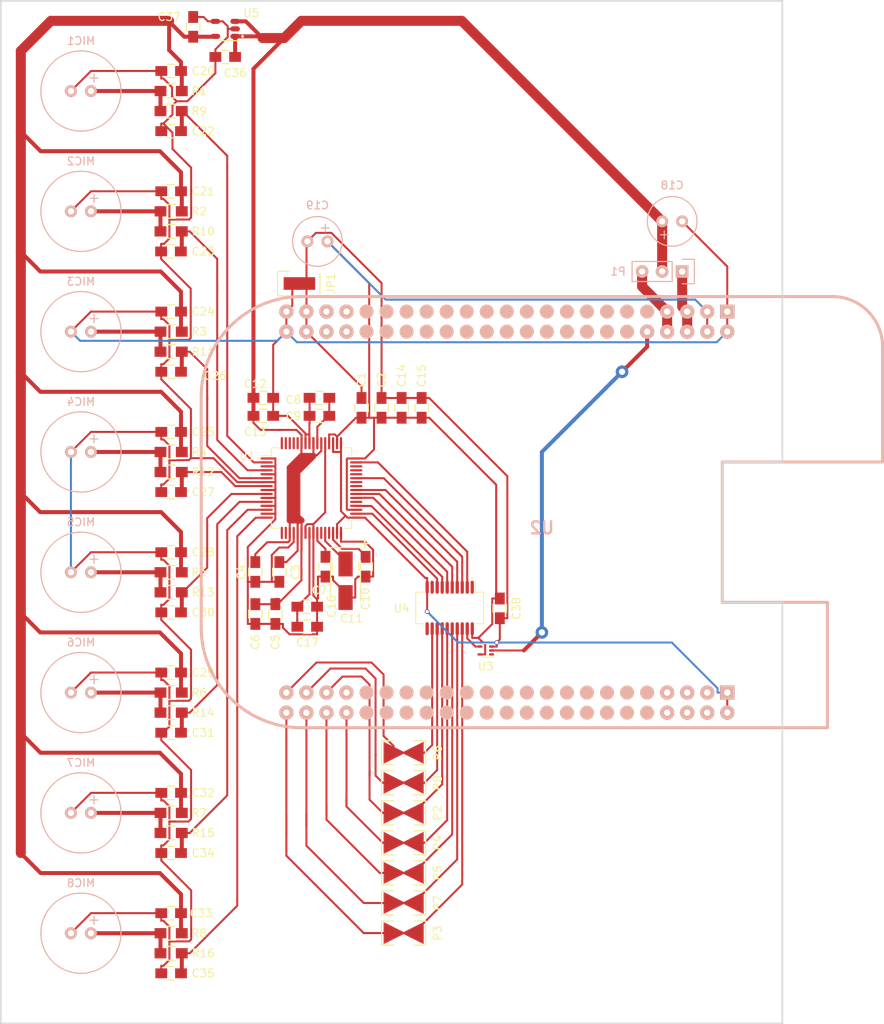
<source format=kicad_pcb>
(kicad_pcb (version 20171130) (host pcbnew "(5.1.12)-1")
  (layers (0 F.Cu signal) (31 B.Cu signal) (34 B.Paste user hide) (35 F.Paste user hide) (36 B.SilkS user hide) (37 F.SilkS user hide) (38 B.Mask user hide) (39 F.Mask user hide) (44 Edge.Cuts user))
  (net 0 "")
  (net 1 "Net-(C7-Pad1)")
  (net 2 AGND)
  (net 3 "Net-(C8-Pad1)")
  (net 4 "Net-(C10-Pad1)")
  (net 5 "Net-(C11-Pad1)")
  (net 6 /VREFP)
  (net 7 AVDD)
  (net 8 /MIC_1)
  (net 9 /MIC_5)
  (net 10 /MIC_2)
  (net 11 /MIC_6)
  (net 12 /MIC_3)
  (net 13 /MIC_7)
  (net 14 /MIC_4)
  (net 15 /MIC_8)
  (net 16 /PRU1_2)
  (net 17 /PRU1_3)
  (net 18 /PRU1_4)
  (net 19 /PRU1_5)
  (net 20 /BBB_VDD_5V)
  (net 21 /BBB_SYS_5V)
  (net 22 "Net-(U1-Pad17)")
  (net 23 "Net-(U1-Pad18)")
  (net 24 "Net-(U1-Pad27)")
  (net 25 "Net-(U1-Pad29)")
  (net 26 /PRU1_0)
  (net 27 "Net-(U1-Pad41)")
  (net 28 "Net-(U1-Pad42)")
  (net 29 "Net-(U1-Pad44)")
  (net 30 "Net-(U1-Pad45)")
  (net 31 "Net-(U1-Pad46)")
  (net 32 /PRU1_1)
  (net 33 "Net-(U1-Pad60)")
  (net 34 "Net-(U1-Pad61)")
  (net 35 "Net-(U1-Pad62)")
  (net 36 "Net-(U1-Pad63)")
  (net 37 "Net-(U1-Pad64)")
  (net 38 "Net-(U2-PadC9)")
  (net 39 "Net-(U2-PadC11)")
  (net 40 "Net-(U2-PadC12)")
  (net 41 "Net-(U2-PadC13)")
  (net 42 "Net-(U2-PadC14)")
  (net 43 "Net-(U2-PadC15)")
  (net 44 "Net-(U2-PadC16)")
  (net 45 "Net-(U2-PadC19)")
  (net 46 "Net-(U2-PadC20)")
  (net 47 "Net-(U2-PadC23)")
  (net 48 "Net-(U2-PadC24)")
  (net 49 "Net-(U2-PadC25)")
  (net 50 "Net-(U2-PadC26)")
  (net 51 "Net-(U2-PadC27)")
  (net 52 "Net-(U2-PadC28)")
  (net 53 "Net-(U2-PadC29)")
  (net 54 "Net-(U2-PadC30)")
  (net 55 "Net-(U2-PadC31)")
  (net 56 "Net-(U2-PadC32)")
  (net 57 "Net-(U2-PadC33)")
  (net 58 "Net-(U2-PadC34)")
  (net 59 "Net-(U2-PadC35)")
  (net 60 "Net-(U2-PadC36)")
  (net 61 "Net-(U2-PadC37)")
  (net 62 "Net-(U2-PadC38)")
  (net 63 "Net-(U2-PadC39)")
  (net 64 "Net-(U2-PadC40)")
  (net 65 "Net-(U2-PadC41)")
  (net 66 "Net-(U2-PadC42)")
  (net 67 "Net-(U2-PadB3)")
  (net 68 "Net-(U2-PadB4)")
  (net 69 "Net-(U2-PadB5)")
  (net 70 "Net-(U2-PadB6)")
  (net 71 "Net-(U2-PadB7)")
  (net 72 "Net-(U2-PadB8)")
  (net 73 "Net-(U2-PadB9)")
  (net 74 "Net-(U2-PadB10)")
  (net 75 "Net-(U2-PadB11)")
  (net 76 "Net-(U2-PadB12)")
  (net 77 "Net-(U2-PadB13)")
  (net 78 "Net-(U2-PadB14)")
  (net 79 "Net-(U2-PadB15)")
  (net 80 "Net-(U2-PadB16)")
  (net 81 "Net-(U2-PadB17)")
  (net 82 "Net-(U2-PadB18)")
  (net 83 "Net-(U2-PadB19)")
  (net 84 "Net-(U2-PadB20)")
  (net 85 "Net-(U2-PadB21)")
  (net 86 "Net-(U2-PadB22)")
  (net 87 "Net-(U2-PadB23)")
  (net 88 "Net-(U2-PadB24)")
  (net 89 "Net-(U2-PadB25)")
  (net 90 "Net-(U2-PadB26)")
  (net 91 "Net-(U2-PadB27)")
  (net 92 "Net-(U2-PadB28)")
  (net 93 "Net-(U2-PadB29)")
  (net 94 "Net-(U2-PadB30)")
  (net 95 "Net-(U2-PadB31)")
  (net 96 "Net-(U2-PadB32)")
  (net 97 "Net-(U2-PadB33)")
  (net 98 "Net-(U2-PadB34)")
  (net 99 "Net-(U2-PadB35)")
  (net 100 "Net-(U2-PadB36)")
  (net 101 "Net-(U2-PadB37)")
  (net 102 "Net-(U2-PadB38)")
  (net 103 DVDD)
  (net 104 /PRU1_7)
  (net 105 "Net-(U2-PadC17)")
  (net 106 "Net-(U2-PadC18)")
  (net 107 "Net-(U2-PadC21)")
  (net 108 "Net-(U2-PadC22)")
  (net 109 "Net-(P2-Pad1)")
  (net 110 "Net-(P3-Pad1)")
  (net 111 "Net-(P4-Pad1)")
  (net 112 "Net-(P5-Pad1)")
  (net 113 "Net-(P6-Pad1)")
  (net 114 "Net-(P7-Pad1)")
  (net 115 "Net-(P8-Pad1)")
  (net 116 "Net-(U1-Pad37)")
  (net 117 +3V3)
  (net 118 "Net-(MIC1-Pad1)")
  (net 119 "Net-(MIC2-Pad1)")
  (net 120 "Net-(MIC3-Pad1)")
  (net 121 "Net-(MIC4-Pad1)")
  (net 122 "Net-(MIC5-Pad1)")
  (net 123 "Net-(MIC6-Pad1)")
  (net 124 "Net-(MIC7-Pad1)")
  (net 125 "Net-(MIC8-Pad1)")
  (net 126 /ADS_START)
  (net 127 /ADS_DRDY)
  (net 128 /ADS_CS)
  (net 129 /ADS_SCLK)
  (net 130 /ADS_DIN)
  (net 131 /ADS_DOUT)
  (net 132 /ADS_RESET)
  (net 133 /SYS_RESETn)
  (net 134 "Net-(U3-Pad1)")
  (net 135 "Net-(U4-Pad1)")
  (net 136 DGND)
  (net 137 "Net-(U2-PadB39)")
  (net 138 "Net-(U4-Pad9)")
  (net 139 "Net-(U4-Pad11)")
  (net 140 "Net-(U3-Pad4)")
  (module micarray:beagleboneblack_custom (layer B.Cu) (at 106.68 81.28)
    (fp_text reference U2 (at 0 2) (layer B.SilkS) (effects (font (size 1.524 1.524) (thickness 0.3048)) (justify mirror)))
    (fp_text value BEAGLEBONEBLACK)
    (pad C1 thru_hole rect (at 23.495 -25.4) (size 1.8 1.8) (drill 0.8) (layers *.Cu *.Mask B.SilkS) (net 2 AGND))
    (pad C2 thru_hole circle (at 23.495 -22.86) (size 1.8 1.8) (drill 0.8) (layers *.Cu *.Mask B.SilkS) (net 2 AGND))
    (pad C3 thru_hole circle (at 20.955 -25.4) (size 1.8 1.8) (drill 0.8) (layers *.Cu *.Mask B.SilkS) (net 103 DVDD))
    (pad C4 thru_hole circle (at 20.955 -22.86) (size 1.8 1.8) (drill 0.8) (layers *.Cu *.Mask B.SilkS) (net 103 DVDD))
    (pad C5 thru_hole circle (at 18.415 -25.4) (size 1.8 1.8) (drill 0.8) (layers *.Cu *.Mask B.SilkS) (net 20 /BBB_VDD_5V))
    (pad C6 thru_hole circle (at 18.415 -22.86) (size 1.8 1.8) (drill 0.8) (layers *.Cu *.Mask B.SilkS) (net 20 /BBB_VDD_5V))
    (pad C7 thru_hole circle (at 15.875 -25.4) (size 1.8 1.8) (drill 0.8) (layers *.Cu *.Mask B.SilkS) (net 21 /BBB_SYS_5V))
    (pad C8 thru_hole circle (at 15.875 -22.86) (size 1.8 1.8) (drill 0.8) (layers *.Cu *.Mask B.SilkS) (net 21 /BBB_SYS_5V))
    (pad C9 smd circle (at 13.335 -25.4) (size 1.8 1.8) (layers B.SilkS) (net 38 "Net-(U2-PadC9)"))
    (pad C10 thru_hole circle (at 13.335 -22.86) (size 1.8 1.8) (drill 0.8) (layers *.Cu *.Mask B.SilkS) (net 133 /SYS_RESETn))
    (pad C11 smd circle (at 10.795 -25.4) (size 1.8 1.8) (layers B.SilkS) (net 39 "Net-(U2-PadC11)"))
    (pad C12 smd circle (at 10.795 -22.86) (size 1.8 1.8) (layers B.SilkS) (net 40 "Net-(U2-PadC12)"))
    (pad C13 smd circle (at 8.255 -25.4) (size 1.8 1.8) (layers B.SilkS) (net 41 "Net-(U2-PadC13)"))
    (pad C14 smd circle (at 8.255 -22.86) (size 1.8 1.8) (layers B.SilkS) (net 42 "Net-(U2-PadC14)"))
    (pad C15 smd circle (at 5.715 -25.4) (size 1.8 1.8) (layers B.SilkS) (net 43 "Net-(U2-PadC15)"))
    (pad C16 smd circle (at 5.715 -22.86) (size 1.8 1.8) (layers B.SilkS) (net 44 "Net-(U2-PadC16)"))
    (pad C17 smd circle (at 3.175 -25.4) (size 1.8 1.8) (layers B.SilkS) (net 105 "Net-(U2-PadC17)"))
    (pad C18 smd circle (at 3.175 -22.86) (size 1.8 1.8) (layers B.SilkS) (net 106 "Net-(U2-PadC18)"))
    (pad C19 smd circle (at 0.635 -25.4) (size 1.8 1.8) (layers B.SilkS) (net 45 "Net-(U2-PadC19)"))
    (pad C20 smd circle (at 0.635 -22.86) (size 1.8 1.8) (layers B.SilkS) (net 46 "Net-(U2-PadC20)"))
    (pad C21 smd circle (at -1.905 -25.4) (size 1.8 1.8) (layers B.SilkS) (net 107 "Net-(U2-PadC21)"))
    (pad C22 smd circle (at -1.905 -22.86) (size 1.8 1.8) (layers B.SilkS) (net 108 "Net-(U2-PadC22)"))
    (pad C23 smd circle (at -4.445 -25.4) (size 1.8 1.8) (layers B.SilkS) (net 47 "Net-(U2-PadC23)"))
    (pad C24 smd circle (at -4.445 -22.86) (size 1.8 1.8) (layers B.SilkS) (net 48 "Net-(U2-PadC24)"))
    (pad C25 smd circle (at -6.985 -25.4) (size 1.8 1.8) (layers B.SilkS) (net 49 "Net-(U2-PadC25)"))
    (pad C26 smd circle (at -6.985 -22.86) (size 1.8 1.8) (layers B.SilkS) (net 50 "Net-(U2-PadC26)"))
    (pad C27 smd circle (at -9.525 -25.4) (size 1.8 1.8) (layers B.SilkS) (net 51 "Net-(U2-PadC27)"))
    (pad C28 smd circle (at -9.525 -22.86) (size 1.8 1.8) (layers B.SilkS) (net 52 "Net-(U2-PadC28)"))
    (pad C29 smd circle (at -12.065 -25.4) (size 1.8 1.8) (layers B.SilkS) (net 53 "Net-(U2-PadC29)"))
    (pad C30 smd circle (at -12.065 -22.86) (size 1.8 1.8) (layers B.SilkS) (net 54 "Net-(U2-PadC30)"))
    (pad C31 smd circle (at -14.605 -25.4) (size 1.8 1.8) (layers B.SilkS) (net 55 "Net-(U2-PadC31)"))
    (pad C32 smd circle (at -14.605 -22.86) (size 1.8 1.8) (layers B.SilkS) (net 56 "Net-(U2-PadC32)"))
    (pad C33 smd circle (at -17.145 -25.4) (size 1.8 1.8) (layers B.SilkS) (net 57 "Net-(U2-PadC33)"))
    (pad C34 smd circle (at -17.145 -22.86) (size 1.8 1.8) (layers B.SilkS) (net 58 "Net-(U2-PadC34)"))
    (pad C35 smd circle (at -19.685 -25.4) (size 1.8 1.8) (layers B.SilkS) (net 59 "Net-(U2-PadC35)"))
    (pad C36 smd circle (at -19.685 -22.86) (size 1.8 1.8) (layers B.SilkS) (net 60 "Net-(U2-PadC36)"))
    (pad C37 smd circle (at -22.225 -25.4) (size 1.8 1.8) (layers B.SilkS) (net 61 "Net-(U2-PadC37)"))
    (pad C38 smd circle (at -22.225 -22.86) (size 1.8 1.8) (layers B.SilkS) (net 62 "Net-(U2-PadC38)"))
    (pad C39 thru_hole circle (at -24.765 -25.4) (size 1.8 1.8) (drill 0.8) (layers *.Cu *.Mask B.SilkS) (net 63 "Net-(U2-PadC39)"))
    (pad C40 thru_hole circle (at -24.765 -22.86) (size 1.8 1.8) (drill 0.8) (layers *.Cu *.Mask B.SilkS) (net 64 "Net-(U2-PadC40)"))
    (pad C41 thru_hole circle (at -27.305 -25.4) (size 1.8 1.8) (drill 0.8) (layers *.Cu *.Mask B.SilkS) (net 65 "Net-(U2-PadC41)"))
    (pad C42 thru_hole circle (at -27.305 -22.86) (size 1.8 1.8) (drill 0.8) (layers *.Cu *.Mask B.SilkS) (net 66 "Net-(U2-PadC42)"))
    (pad C43 thru_hole circle (at -29.845 -25.4) (size 1.8 1.8) (drill 0.8) (layers *.Cu *.Mask B.SilkS) (net 136 DGND))
    (pad C44 thru_hole circle (at -29.845 -22.86) (size 1.8 1.8) (drill 0.8) (layers *.Cu *.Mask B.SilkS) (net 136 DGND))
    (pad C45 thru_hole circle (at -32.385 -25.4) (size 1.8 1.8) (drill 0.8) (layers *.Cu *.Mask B.SilkS) (net 2 AGND))
    (pad C46 thru_hole circle (at -32.385 -22.86) (size 1.8 1.8) (drill 0.8) (layers *.Cu *.Mask B.SilkS) (net 2 AGND))
    (pad B1 thru_hole rect (at 23.495 22.86) (size 1.8 1.8) (drill 0.8) (layers *.Cu *.Mask B.SilkS) (net 136 DGND))
    (pad B2 thru_hole circle (at 23.495 25.4) (size 1.8 1.8) (drill 0.8) (layers *.Cu *.Mask B.SilkS) (net 136 DGND))
    (pad B3 thru_hole circle (at 20.955 22.86) (size 1.8 1.8) (drill 0.8) (layers *.Cu *.Mask B.SilkS) (net 67 "Net-(U2-PadB3)"))
    (pad B4 thru_hole circle (at 20.955 25.4) (size 1.8 1.8) (drill 0.8) (layers *.Cu *.Mask B.SilkS) (net 68 "Net-(U2-PadB4)"))
    (pad B5 thru_hole circle (at 18.415 22.86) (size 1.8 1.8) (drill 0.8) (layers *.Cu *.Mask B.SilkS) (net 69 "Net-(U2-PadB5)"))
    (pad B6 thru_hole circle (at 18.415 25.4) (size 1.8 1.8) (drill 0.8) (layers *.Cu *.Mask B.SilkS) (net 70 "Net-(U2-PadB6)"))
    (pad B7 thru_hole circle (at 15.875 22.86) (size 1.8 1.8) (drill 0.8) (layers *.Cu *.Mask B.SilkS) (net 71 "Net-(U2-PadB7)"))
    (pad B8 thru_hole circle (at 15.875 25.4) (size 1.8 1.8) (drill 0.8) (layers *.Cu *.Mask B.SilkS) (net 72 "Net-(U2-PadB8)"))
    (pad B9 smd circle (at 13.335 22.86) (size 1.8 1.8) (layers B.SilkS) (net 73 "Net-(U2-PadB9)"))
    (pad B10 smd circle (at 13.335 25.4) (size 1.8 1.8) (layers B.SilkS) (net 74 "Net-(U2-PadB10)"))
    (pad B11 smd circle (at 10.795 22.86) (size 1.8 1.8) (layers B.SilkS) (net 75 "Net-(U2-PadB11)"))
    (pad B12 smd circle (at 10.795 25.4) (size 1.8 1.8) (layers B.SilkS) (net 76 "Net-(U2-PadB12)"))
    (pad B13 smd circle (at 8.255 22.86) (size 1.8 1.8) (layers B.SilkS) (net 77 "Net-(U2-PadB13)"))
    (pad B14 smd circle (at 8.255 25.4) (size 1.8 1.8) (layers B.SilkS) (net 78 "Net-(U2-PadB14)"))
    (pad B15 smd circle (at 5.715 22.86) (size 1.8 1.8) (layers B.SilkS) (net 79 "Net-(U2-PadB15)"))
    (pad B16 smd circle (at 5.715 25.4) (size 1.8 1.8) (layers B.SilkS) (net 80 "Net-(U2-PadB16)"))
    (pad B17 smd circle (at 3.175 22.86) (size 1.8 1.8) (layers B.SilkS) (net 81 "Net-(U2-PadB17)"))
    (pad B18 smd circle (at 3.175 25.4) (size 1.8 1.8) (layers B.SilkS) (net 82 "Net-(U2-PadB18)"))
    (pad B19 smd circle (at 0.635 22.86) (size 1.8 1.8) (layers B.SilkS) (net 83 "Net-(U2-PadB19)"))
    (pad B20 smd circle (at 0.635 25.4) (size 1.8 1.8) (layers B.SilkS) (net 84 "Net-(U2-PadB20)"))
    (pad B21 smd circle (at -1.905 22.86) (size 1.8 1.8) (layers B.SilkS) (net 85 "Net-(U2-PadB21)"))
    (pad B22 smd circle (at -1.905 25.4) (size 1.8 1.8) (layers B.SilkS) (net 86 "Net-(U2-PadB22)"))
    (pad B23 smd circle (at -4.445 22.86) (size 1.8 1.8) (layers B.SilkS) (net 87 "Net-(U2-PadB23)"))
    (pad B24 smd circle (at -4.445 25.4) (size 1.8 1.8) (layers B.SilkS) (net 88 "Net-(U2-PadB24)"))
    (pad B25 smd circle (at -6.985 22.86) (size 1.8 1.8) (layers B.SilkS) (net 89 "Net-(U2-PadB25)"))
    (pad B26 smd circle (at -6.985 25.4) (size 1.8 1.8) (layers B.SilkS) (net 90 "Net-(U2-PadB26)"))
    (pad B27 smd circle (at -9.525 22.86) (size 1.8 1.8) (layers B.SilkS) (net 91 "Net-(U2-PadB27)"))
    (pad B28 smd circle (at -9.525 25.4) (size 1.8 1.8) (layers B.SilkS) (net 92 "Net-(U2-PadB28)"))
    (pad B29 smd circle (at -12.065 22.86) (size 1.8 1.8) (layers B.SilkS) (net 93 "Net-(U2-PadB29)"))
    (pad B30 smd circle (at -12.065 25.4) (size 1.8 1.8) (layers B.SilkS) (net 94 "Net-(U2-PadB30)"))
    (pad B31 smd circle (at -14.605 22.86) (size 1.8 1.8) (layers B.SilkS) (net 95 "Net-(U2-PadB31)"))
    (pad B32 smd circle (at -14.605 25.4) (size 1.8 1.8) (layers B.SilkS) (net 96 "Net-(U2-PadB32)"))
    (pad B33 smd circle (at -17.145 22.86) (size 1.8 1.8) (layers B.SilkS) (net 97 "Net-(U2-PadB33)"))
    (pad B34 smd circle (at -17.145 25.4) (size 1.8 1.8) (layers B.SilkS) (net 98 "Net-(U2-PadB34)"))
    (pad B35 smd circle (at -19.685 22.86) (size 1.8 1.8) (layers B.SilkS) (net 99 "Net-(U2-PadB35)"))
    (pad B36 smd circle (at -19.685 25.4) (size 1.8 1.8) (layers B.SilkS) (net 100 "Net-(U2-PadB36)"))
    (pad B37 smd circle (at -22.225 22.86) (size 1.8 1.8) (layers B.SilkS) (net 101 "Net-(U2-PadB37)"))
    (pad B38 smd circle (at -22.225 25.4) (size 1.8 1.8) (layers B.SilkS) (net 102 "Net-(U2-PadB38)"))
    (pad B39 thru_hole circle (at -24.765 22.86) (size 1.8 1.8) (drill 0.8) (layers *.Cu *.Mask B.SilkS) (net 137 "Net-(U2-PadB39)"))
    (pad B40 thru_hole circle (at -24.765 25.4) (size 1.8 1.8) (drill 0.8) (layers *.Cu *.Mask B.SilkS) (net 104 /PRU1_7))
    (pad B41 thru_hole circle (at -27.305 22.86) (size 1.8 1.8) (drill 0.8) (layers *.Cu *.Mask B.SilkS) (net 18 /PRU1_4))
    (pad B42 thru_hole circle (at -27.305 25.4) (size 1.8 1.8) (drill 0.8) (layers *.Cu *.Mask B.SilkS) (net 19 /PRU1_5))
    (pad B43 thru_hole circle (at -29.845 22.86) (size 1.8 1.8) (drill 0.8) (layers *.Cu *.Mask B.SilkS) (net 16 /PRU1_2))
    (pad B44 thru_hole circle (at -29.845 25.4) (size 1.8 1.8) (drill 0.8) (layers *.Cu *.Mask B.SilkS) (net 17 /PRU1_3))
    (pad B45 thru_hole circle (at -32.385 22.86) (size 1.8 1.8) (drill 0.8) (layers *.Cu *.Mask B.SilkS) (net 26 /PRU1_0))
    (pad B46 thru_hole circle (at -32.385 25.4) (size 1.8 1.8) (drill 0.8) (layers *.Cu *.Mask B.SilkS) (net 32 /PRU1_1))
  )
  (module Capacitors_SMD:C_0805_HandSoldering (layer F.Cu) (at 76.9382 95.801)
    (fp_text reference C17 (at 0.02379 1.988953) (layer F.SilkS))
    (fp_text value 0.1uF)
    (pad 1 smd rect (at -1.25 0) (size 1.5 1.25) (layers F.Cu F.Paste F.Mask) (net 6 /VREFP))
    (pad 2 smd rect (at 1.25 0) (size 1.5 1.25) (layers F.Cu F.Paste F.Mask) (net 2 AGND))
  )
  (module Capacitors_SMD:C_0805_HandSoldering (layer F.Cu) (at 76.9382 93.261)
    (fp_text reference C16 (at 3.07179 -0.043047 90) (layer F.SilkS))
    (fp_text value 1uF)
    (pad 1 smd rect (at -1.25 0) (size 1.5 1.25) (layers F.Cu F.Paste F.Mask) (net 6 /VREFP))
    (pad 2 smd rect (at 1.25 0) (size 1.5 1.25) (layers F.Cu F.Paste F.Mask) (net 2 AGND))
  )
  (module Capacitors_SMD:C_0805_HandSoldering (layer F.Cu) (at 86.36 68.072 90)
    (fp_text reference C2 (at 3.556 0 90) (layer F.SilkS))
    (fp_text value 0.1uF)
    (pad 1 smd rect (at -1.25 0 90) (size 1.5 1.25) (layers F.Cu F.Paste F.Mask) (net 103 DVDD))
    (pad 2 smd rect (at 1.25 0 90) (size 1.5 1.25) (layers F.Cu F.Paste F.Mask) (net 136 DGND))
  )
  (module Capacitors_SMD:C_0805_HandSoldering (layer F.Cu) (at 83.82 68.072 90)
    (fp_text reference C1 (at 3.556 0 90) (layer F.SilkS))
    (fp_text value 1uF)
    (pad 1 smd rect (at -1.25 0 90) (size 1.5 1.25) (layers F.Cu F.Paste F.Mask) (net 103 DVDD))
    (pad 2 smd rect (at 1.25 0 90) (size 1.5 1.25) (layers F.Cu F.Paste F.Mask) (net 136 DGND))
  )
  (module micarray:LQFP-64_12x12_Pitch0.5mm_NoFid (layer F.Cu) (at 77.47 78.232 90)
    (fp_text reference U1 (at 4.064 -8.128 180) (layer F.SilkS))
    (fp_text value ADS131E08)
    (pad 1 smd oval (at 3.74904 -5.67944 180) (size 1.55956 0.2794) (layers F.Cu F.Paste F.Mask) (net 2 AGND) (clearance 0.1016))
    (pad 2 smd oval (at 3.24866 -5.67944 180) (size 1.55956 0.2794) (layers F.Cu F.Paste F.Mask) (net 8 /MIC_1) (clearance 0.1016))
    (pad 3 smd oval (at 2.74828 -5.67944 180) (size 1.55956 0.2794) (layers F.Cu F.Paste F.Mask) (net 2 AGND) (clearance 0.1016))
    (pad 4 smd oval (at 2.2479 -5.67944 180) (size 1.55956 0.2794) (layers F.Cu F.Paste F.Mask) (net 10 /MIC_2) (clearance 0.1016))
    (pad 5 smd oval (at 1.74752 -5.67944 180) (size 1.55956 0.2794) (layers F.Cu F.Paste F.Mask) (net 2 AGND) (clearance 0.1016))
    (pad 6 smd oval (at 1.24968 -5.67944 180) (size 1.55956 0.2794) (layers F.Cu F.Paste F.Mask) (net 12 /MIC_3) (clearance 0.1016))
    (pad 7 smd oval (at 0.7493 -5.67944 180) (size 1.55956 0.2794) (layers F.Cu F.Paste F.Mask) (net 2 AGND) (clearance 0.1016))
    (pad 8 smd oval (at 0.24892 -5.67944 180) (size 1.55956 0.2794) (layers F.Cu F.Paste F.Mask) (net 14 /MIC_4) (clearance 0.1016))
    (pad 9 smd oval (at -0.24892 -5.67944 180) (size 1.55956 0.2794) (layers F.Cu F.Paste F.Mask) (net 2 AGND) (clearance 0.1016))
    (pad 10 smd oval (at -0.7493 -5.67944 180) (size 1.55956 0.2794) (layers F.Cu F.Paste F.Mask) (net 9 /MIC_5) (clearance 0.1016))
    (pad 11 smd oval (at -1.24968 -5.67944 180) (size 1.55956 0.2794) (layers F.Cu F.Paste F.Mask) (net 2 AGND) (clearance 0.1016))
    (pad 12 smd oval (at -1.74752 -5.67944 180) (size 1.55956 0.2794) (layers F.Cu F.Paste F.Mask) (net 11 /MIC_6) (clearance 0.1016))
    (pad 13 smd oval (at -2.2479 -5.67944 180) (size 1.55956 0.2794) (layers F.Cu F.Paste F.Mask) (net 2 AGND) (clearance 0.1016))
    (pad 14 smd oval (at -2.74828 -5.67944 180) (size 1.55956 0.2794) (layers F.Cu F.Paste F.Mask) (net 13 /MIC_7) (clearance 0.1016))
    (pad 15 smd oval (at -3.24866 -5.67944 180) (size 1.55956 0.2794) (layers F.Cu F.Paste F.Mask) (net 2 AGND) (clearance 0.1016))
    (pad 16 smd oval (at -3.74904 -5.67944 180) (size 1.55956 0.2794) (layers F.Cu F.Paste F.Mask) (net 15 /MIC_8) (clearance 0.1016))
    (pad 17 smd oval (at -5.67944 -3.74904 270) (size 1.55956 0.2794) (layers F.Cu F.Paste F.Mask) (net 22 "Net-(U1-Pad17)") (clearance 0.1016))
    (pad 18 smd oval (at -5.67944 -3.24866 270) (size 1.55956 0.2794) (layers F.Cu F.Paste F.Mask) (net 23 "Net-(U1-Pad18)") (clearance 0.1016))
    (pad 19 smd oval (at -5.67944 -2.74828 270) (size 1.55956 0.2794) (layers F.Cu F.Paste F.Mask) (net 7 AVDD) (clearance 0.1016))
    (pad 20 smd oval (at -5.67944 -2.2479 270) (size 1.55956 0.2794) (layers F.Cu F.Paste F.Mask) (net 2 AGND) (clearance 0.1016))
    (pad 21 smd oval (at -5.67944 -1.74752 270) (size 1.55956 0.2794) (layers F.Cu F.Paste F.Mask) (net 7 AVDD) (clearance 0.1016))
    (pad 22 smd oval (at -5.67944 -1.24968 270) (size 1.55956 0.2794) (layers F.Cu F.Paste F.Mask) (net 7 AVDD) (clearance 0.1016))
    (pad 23 smd oval (at -5.67944 -0.7493 270) (size 1.55956 0.2794) (layers F.Cu F.Paste F.Mask) (net 2 AGND) (clearance 0.1016))
    (pad 24 smd oval (at -5.67944 -0.24892 270) (size 1.55956 0.2794) (layers F.Cu F.Paste F.Mask) (net 6 /VREFP) (clearance 0.1016))
    (pad 25 smd oval (at -5.67944 0.24892 270) (size 1.55956 0.2794) (layers F.Cu F.Paste F.Mask) (net 2 AGND) (clearance 0.1016))
    (pad 26 smd oval (at -5.67944 0.7493 270) (size 1.55956 0.2794) (layers F.Cu F.Paste F.Mask) (net 1 "Net-(C7-Pad1)") (clearance 0.1016))
    (pad 27 smd oval (at -5.67944 1.24968 270) (size 1.55956 0.2794) (layers F.Cu F.Paste F.Mask) (net 24 "Net-(U1-Pad27)") (clearance 0.1016))
    (pad 28 smd oval (at -5.67944 1.74752 270) (size 1.55956 0.2794) (layers F.Cu F.Paste F.Mask) (net 5 "Net-(C11-Pad1)") (clearance 0.1016))
    (pad 29 smd oval (at -5.67944 2.2479 270) (size 1.55956 0.2794) (layers F.Cu F.Paste F.Mask) (net 25 "Net-(U1-Pad29)") (clearance 0.1016))
    (pad 30 smd oval (at -5.67944 2.74828 270) (size 1.55956 0.2794) (layers F.Cu F.Paste F.Mask) (net 4 "Net-(C10-Pad1)") (clearance 0.1016))
    (pad 31 smd oval (at -5.67944 3.24866 270) (size 1.55956 0.2794) (layers F.Cu F.Paste F.Mask) (net 136 DGND) (clearance 0.1016))
    (pad 32 smd oval (at -5.67944 3.74904 270) (size 1.55956 0.2794) (layers F.Cu F.Paste F.Mask) (net 2 AGND) (clearance 0.1016))
    (pad 33 smd oval (at -3.74904 5.67944) (size 1.55956 0.2794) (layers F.Cu F.Paste F.Mask) (net 136 DGND) (clearance 0.1016))
    (pad 34 smd oval (at -3.24866 5.67944) (size 1.55956 0.2794) (layers F.Cu F.Paste F.Mask) (net 130 /ADS_DIN) (clearance 0.1016))
    (pad 35 smd oval (at -2.74828 5.67944) (size 1.55956 0.2794) (layers F.Cu F.Paste F.Mask) (net 103 DVDD) (clearance 0.1016))
    (pad 36 smd oval (at -2.2479 5.67944) (size 1.55956 0.2794) (layers F.Cu F.Paste F.Mask) (net 132 /ADS_RESET) (clearance 0.1016))
    (pad 37 smd oval (at -1.74752 5.67944) (size 1.55956 0.2794) (layers F.Cu F.Paste F.Mask) (net 116 "Net-(U1-Pad37)") (clearance 0.1016))
    (pad 38 smd oval (at -1.24968 5.67944) (size 1.55956 0.2794) (layers F.Cu F.Paste F.Mask) (net 126 /ADS_START) (clearance 0.1016))
    (pad 39 smd oval (at -0.7493 5.67944) (size 1.55956 0.2794) (layers F.Cu F.Paste F.Mask) (net 128 /ADS_CS) (clearance 0.1016))
    (pad 40 smd oval (at -0.24892 5.67944) (size 1.55956 0.2794) (layers F.Cu F.Paste F.Mask) (net 129 /ADS_SCLK) (clearance 0.1016))
    (pad 41 smd oval (at 0.24892 5.67944) (size 1.55956 0.2794) (layers F.Cu F.Paste F.Mask) (net 27 "Net-(U1-Pad41)") (clearance 0.1016))
    (pad 42 smd oval (at 0.7493 5.67944) (size 1.55956 0.2794) (layers F.Cu F.Paste F.Mask) (net 28 "Net-(U1-Pad42)") (clearance 0.1016))
    (pad 43 smd oval (at 1.24968 5.67944) (size 1.55956 0.2794) (layers F.Cu F.Paste F.Mask) (net 131 /ADS_DOUT) (clearance 0.1016))
    (pad 44 smd oval (at 1.74752 5.67944) (size 1.55956 0.2794) (layers F.Cu F.Paste F.Mask) (net 29 "Net-(U1-Pad44)") (clearance 0.1016))
    (pad 45 smd oval (at 2.2479 5.67944) (size 1.55956 0.2794) (layers F.Cu F.Paste F.Mask) (net 30 "Net-(U1-Pad45)") (clearance 0.1016))
    (pad 46 smd oval (at 2.74828 5.67944) (size 1.55956 0.2794) (layers F.Cu F.Paste F.Mask) (net 31 "Net-(U1-Pad46)") (clearance 0.1016))
    (pad 47 smd oval (at 3.24866 5.67944) (size 1.55956 0.2794) (layers F.Cu F.Paste F.Mask) (net 127 /ADS_DRDY) (clearance 0.1016))
    (pad 48 smd oval (at 3.74904 5.67944) (size 1.55956 0.2794) (layers F.Cu F.Paste F.Mask) (net 103 DVDD) (clearance 0.1016))
    (pad 49 smd oval (at 5.67944 3.74904 90) (size 1.55956 0.2794) (layers F.Cu F.Paste F.Mask) (net 136 DGND) (clearance 0.1016))
    (pad 50 smd oval (at 5.67944 3.24866 90) (size 1.55956 0.2794) (layers F.Cu F.Paste F.Mask) (net 103 DVDD) (clearance 0.1016))
    (pad 51 smd oval (at 5.67944 2.74828 90) (size 1.55956 0.2794) (layers F.Cu F.Paste F.Mask) (net 136 DGND) (clearance 0.1016))
    (pad 52 smd oval (at 5.67944 2.2479 90) (size 1.55956 0.2794) (layers F.Cu F.Paste F.Mask) (net 103 DVDD) (clearance 0.1016))
    (pad 53 smd oval (at 5.67944 1.74752 90) (size 1.55956 0.2794) (layers F.Cu F.Paste F.Mask) (net 2 AGND) (clearance 0.1016))
    (pad 54 smd oval (at 5.67944 1.24968 90) (size 1.55956 0.2794) (layers F.Cu F.Paste F.Mask) (net 7 AVDD) (clearance 0.1016))
    (pad 55 smd oval (at 5.67944 0.7493 90) (size 1.55956 0.2794) (layers F.Cu F.Paste F.Mask) (net 3 "Net-(C8-Pad1)") (clearance 0.1016))
    (pad 56 smd oval (at 5.67944 0.24892 90) (size 1.55956 0.2794) (layers F.Cu F.Paste F.Mask) (net 7 AVDD) (clearance 0.1016))
    (pad 57 smd oval (at 5.67944 -0.24892 90) (size 1.55956 0.2794) (layers F.Cu F.Paste F.Mask) (net 2 AGND) (clearance 0.1016))
    (pad 58 smd oval (at 5.67944 -0.7493 90) (size 1.55956 0.2794) (layers F.Cu F.Paste F.Mask) (net 2 AGND) (clearance 0.1016))
    (pad 59 smd oval (at 5.67944 -1.24968 90) (size 1.55956 0.2794) (layers F.Cu F.Paste F.Mask) (net 7 AVDD) (clearance 0.1016))
    (pad 60 smd oval (at 5.67944 -1.74752 90) (size 1.55956 0.2794) (layers F.Cu F.Paste F.Mask) (net 33 "Net-(U1-Pad60)") (clearance 0.1016))
    (pad 61 smd oval (at 5.67944 -2.2479 90) (size 1.55956 0.2794) (layers F.Cu F.Paste F.Mask) (net 34 "Net-(U1-Pad61)") (clearance 0.1016))
    (pad 62 smd oval (at 5.67944 -2.74828 90) (size 1.55956 0.2794) (layers F.Cu F.Paste F.Mask) (net 35 "Net-(U1-Pad62)") (clearance 0.1016))
    (pad 63 smd oval (at 5.67944 -3.24866 90) (size 1.55956 0.2794) (layers F.Cu F.Paste F.Mask) (net 36 "Net-(U1-Pad63)") (clearance 0.1016))
    (pad 64 smd oval (at 5.67944 -3.74904 90) (size 1.55956 0.2794) (layers F.Cu F.Paste F.Mask) (net 37 "Net-(U1-Pad64)") (clearance 0.1016))
  )
  (module Capacitors_SMD:C_0805_HandSoldering (layer F.Cu) (at 71.374 66.802)
    (fp_text reference C12 (at -1.016 -1.778) (layer F.SilkS))
    (fp_text value 1uF)
    (pad 1 smd rect (at -1.25 0) (size 1.5 1.25) (layers F.Cu F.Paste F.Mask) (net 7 AVDD))
    (pad 2 smd rect (at 1.25 0) (size 1.5 1.25) (layers F.Cu F.Paste F.Mask) (net 2 AGND))
  )
  (module Capacitors_SMD:C_0805_HandSoldering (layer F.Cu) (at 73.406 88.8567 270)
    (fp_text reference C3 (at 0.04329 -2.032 90) (layer F.SilkS))
    (fp_text value 1uF)
    (pad 1 smd rect (at -1.25 0 270) (size 1.5 1.25) (layers F.Cu F.Paste F.Mask) (net 7 AVDD))
    (pad 2 smd rect (at 1.25 0 270) (size 1.5 1.25) (layers F.Cu F.Paste F.Mask) (net 2 AGND))
  )
  (module Capacitors_SMD:C_0805_HandSoldering (layer F.Cu) (at 70.358 88.8567 270)
    (fp_text reference C4 (at 0.04329 1.778 90) (layer F.SilkS))
    (fp_text value 0.1uF)
    (pad 1 smd rect (at -1.25 0 270) (size 1.5 1.25) (layers F.Cu F.Paste F.Mask) (net 7 AVDD))
    (pad 2 smd rect (at 1.25 0 270) (size 1.5 1.25) (layers F.Cu F.Paste F.Mask) (net 2 AGND))
  )
  (module Capacitors_SMD:C_0805_HandSoldering (layer F.Cu) (at 72.9025 94.19 270)
    (fp_text reference C5 (at 3.556 0 270) (layer F.SilkS))
    (fp_text value 1uF)
    (pad 1 smd rect (at -1.25 0 270) (size 1.5 1.25) (layers F.Cu F.Paste F.Mask) (net 7 AVDD))
    (pad 2 smd rect (at 1.25 0 270) (size 1.5 1.25) (layers F.Cu F.Paste F.Mask) (net 2 AGND))
  )
  (module Capacitors_SMD:C_0805_HandSoldering (layer F.Cu) (at 70.3625 94.19 270)
    (fp_text reference C6 (at 3.556 0 270) (layer F.SilkS))
    (fp_text value 0.1uF)
    (pad 1 smd rect (at -1.25 0 270) (size 1.5 1.25) (layers F.Cu F.Paste F.Mask) (net 7 AVDD))
    (pad 2 smd rect (at 1.25 0 270) (size 1.5 1.25) (layers F.Cu F.Paste F.Mask) (net 2 AGND))
  )
  (module Capacitors_SMD:C_0805_HandSoldering (layer F.Cu) (at 79.2543 88.1963 270)
    (fp_text reference C7 (at 2.989686 0.768274) (layer F.SilkS))
    (fp_text value 1uF)
    (pad 1 smd rect (at -1.25 0 270) (size 1.5 1.25) (layers F.Cu F.Paste F.Mask) (net 1 "Net-(C7-Pad1)"))
    (pad 2 smd rect (at 1.25 0 270) (size 1.5 1.25) (layers F.Cu F.Paste F.Mask) (net 2 AGND))
  )
  (module Capacitors_SMD:C_0805_HandSoldering (layer F.Cu) (at 78.486 66.802 180)
    (fp_text reference C8 (at 3.302 -0.254 180) (layer F.SilkS))
    (fp_text value 1uF)
    (pad 1 smd rect (at -1.25 0 180) (size 1.5 1.25) (layers F.Cu F.Paste F.Mask) (net 3 "Net-(C8-Pad1)"))
    (pad 2 smd rect (at 1.25 0 180) (size 1.5 1.25) (layers F.Cu F.Paste F.Mask) (net 2 AGND))
  )
  (module Capacitors_SMD:C_0805_HandSoldering (layer F.Cu) (at 78.486 69.088 180)
    (fp_text reference C9 (at 3.302 0 180) (layer F.SilkS))
    (fp_text value 0.1uF)
    (pad 1 smd rect (at -1.25 0 180) (size 1.5 1.25) (layers F.Cu F.Paste F.Mask) (net 3 "Net-(C8-Pad1)"))
    (pad 2 smd rect (at 1.25 0 180) (size 1.5 1.25) (layers F.Cu F.Paste F.Mask) (net 2 AGND))
  )
  (module Capacitors_SMD:C_0805_HandSoldering (layer F.Cu) (at 84.3343 88.1963 270)
    (fp_text reference C10 (at 4.064 0 270) (layer F.SilkS))
    (fp_text value 1uF)
    (pad 1 smd rect (at -1.25 0 270) (size 1.5 1.25) (layers F.Cu F.Paste F.Mask) (net 4 "Net-(C10-Pad1)"))
    (pad 2 smd rect (at 1.25 0 270) (size 1.5 1.25) (layers F.Cu F.Paste F.Mask) (net 2 AGND))
  )
  (module Capacitors_SMD:C_0805_HandSoldering (layer F.Cu) (at 71.374 69.088)
    (fp_text reference C13 (at -1.016 2.032) (layer F.SilkS))
    (fp_text value 0.1uF)
    (pad 1 smd rect (at -1.25 0) (size 1.5 1.25) (layers F.Cu F.Paste F.Mask) (net 7 AVDD))
    (pad 2 smd rect (at 1.25 0) (size 1.5 1.25) (layers F.Cu F.Paste F.Mask) (net 2 AGND))
  )
  (module Capacitors_SMD:C_0805_HandSoldering (layer F.Cu) (at 88.9 68.072 90)
    (fp_text reference C14 (at 4.064 0 90) (layer F.SilkS))
    (fp_text value 1uF)
    (pad 1 smd rect (at -1.25 0 90) (size 1.5 1.25) (layers F.Cu F.Paste F.Mask) (net 103 DVDD))
    (pad 2 smd rect (at 1.25 0 90) (size 1.5 1.25) (layers F.Cu F.Paste F.Mask) (net 136 DGND))
  )
  (module Capacitors_SMD:C_0805_HandSoldering (layer F.Cu) (at 91.44 68.072 90)
    (fp_text reference C15 (at 4.064 0 90) (layer F.SilkS))
    (fp_text value 0.1uF)
    (pad 1 smd rect (at -1.25 0 90) (size 1.5 1.25) (layers F.Cu F.Paste F.Mask) (net 103 DVDD))
    (pad 2 smd rect (at 1.25 0 90) (size 1.5 1.25) (layers F.Cu F.Paste F.Mask) (net 136 DGND))
  )
  (module Capacitors_Elko_ThroughHole:Elko_vert_11.2x6.3mm_RM2.5_CopperClear (layer B.Cu) (at 121.92 44.45)
    (fp_text reference C18 (at 1.27 -4.572) (layer B.SilkS) (effects (justify mirror)))
    (fp_text value 100uF)
    (pad 2 thru_hole circle (at 2.54 0) (size 1.50114 1.50114) (drill 0.8001) (layers *.Cu *.Mask B.SilkS) (net 2 AGND))
    (pad 1 thru_hole circle (at 0 0) (size 1.50114 1.50114) (drill 0.8001) (layers *.Cu *.Mask B.SilkS) (net 7 AVDD))
  )
  (module Capacitors_Elko_ThroughHole:Elko_vert_11.2x6.3mm_RM2.5_CopperClear (layer B.Cu) (at 79.502 46.99 180)
    (fp_text reference C19 (at 1.27 4.572 180) (layer B.SilkS) (effects (justify mirror)))
    (fp_text value 100uF)
    (pad 2 thru_hole circle (at 2.54 0 180) (size 1.50114 1.50114) (drill 0.8001) (layers *.Cu *.Mask B.SilkS) (net 136 DGND))
    (pad 1 thru_hole circle (at 0 0 180) (size 1.50114 1.50114) (drill 0.8001) (layers *.Cu *.Mask B.SilkS) (net 103 DVDD))
  )
  (module Capacitors_SMD:C_0805_HandSoldering (layer F.Cu) (at 59.69 25.4 180)
    (fp_text reference C20 (at -4.064 0 180) (layer F.SilkS))
    (fp_text value 1uF)
    (pad 1 smd rect (at -1.25 0 180) (size 1.5 1.25) (layers F.Cu F.Paste F.Mask) (net 117 +3V3))
    (pad 2 smd rect (at 1.25 0 180) (size 1.5 1.25) (layers F.Cu F.Paste F.Mask) (net 2 AGND))
  )
  (module Capacitors_SMD:C_0805_HandSoldering (layer F.Cu) (at 59.69 40.64 180)
    (fp_text reference C21 (at -4.064 0 180) (layer F.SilkS))
    (fp_text value 1uF)
    (pad 1 smd rect (at -1.25 0 180) (size 1.5 1.25) (layers F.Cu F.Paste F.Mask) (net 117 +3V3))
    (pad 2 smd rect (at 1.25 0 180) (size 1.5 1.25) (layers F.Cu F.Paste F.Mask) (net 2 AGND))
  )
  (module Capacitors_SMD:C_0805_HandSoldering (layer F.Cu) (at 59.69 33.02)
    (fp_text reference C22 (at 4.064 0) (layer F.SilkS))
    (fp_text value 1uF)
    (pad 1 smd rect (at -1.25 0) (size 1.5 1.25) (layers F.Cu F.Paste F.Mask) (net 2 AGND))
    (pad 2 smd rect (at 1.25 0) (size 1.5 1.25) (layers F.Cu F.Paste F.Mask) (net 8 /MIC_1))
  )
  (module Capacitors_SMD:C_0805_HandSoldering (layer F.Cu) (at 59.67 48.26)
    (fp_text reference C23 (at 4.084 0) (layer F.SilkS))
    (fp_text value 1uF)
    (pad 1 smd rect (at -1.25 0) (size 1.5 1.25) (layers F.Cu F.Paste F.Mask) (net 2 AGND))
    (pad 2 smd rect (at 1.25 0) (size 1.5 1.25) (layers F.Cu F.Paste F.Mask) (net 10 /MIC_2))
  )
  (module Capacitors_SMD:C_0805_HandSoldering (layer F.Cu) (at 59.69 55.88 180)
    (fp_text reference C24 (at -4.064 0 180) (layer F.SilkS))
    (fp_text value 1uF)
    (pad 1 smd rect (at -1.25 0 180) (size 1.5 1.25) (layers F.Cu F.Paste F.Mask) (net 117 +3V3))
    (pad 2 smd rect (at 1.25 0 180) (size 1.5 1.25) (layers F.Cu F.Paste F.Mask) (net 2 AGND))
  )
  (module Capacitors_SMD:C_0805_HandSoldering (layer F.Cu) (at 59.69 71.12 180)
    (fp_text reference C25 (at -4.064 0 180) (layer F.SilkS))
    (fp_text value 1uF)
    (pad 1 smd rect (at -1.25 0 180) (size 1.5 1.25) (layers F.Cu F.Paste F.Mask) (net 117 +3V3))
    (pad 2 smd rect (at 1.25 0 180) (size 1.5 1.25) (layers F.Cu F.Paste F.Mask) (net 2 AGND))
  )
  (module Capacitors_SMD:C_0805_HandSoldering (layer F.Cu) (at 59.69 63.5)
    (fp_text reference C26 (at 5.588 0.508) (layer F.SilkS))
    (fp_text value 1uF)
    (pad 1 smd rect (at -1.25 0) (size 1.5 1.25) (layers F.Cu F.Paste F.Mask) (net 2 AGND))
    (pad 2 smd rect (at 1.25 0) (size 1.5 1.25) (layers F.Cu F.Paste F.Mask) (net 12 /MIC_3))
  )
  (module Capacitors_SMD:C_0805_HandSoldering (layer F.Cu) (at 59.69 78.74)
    (fp_text reference C27 (at 4.064 0) (layer F.SilkS))
    (fp_text value 1uF)
    (pad 1 smd rect (at -1.25 0) (size 1.5 1.25) (layers F.Cu F.Paste F.Mask) (net 2 AGND))
    (pad 2 smd rect (at 1.25 0) (size 1.5 1.25) (layers F.Cu F.Paste F.Mask) (net 14 /MIC_4))
  )
  (module Capacitors_SMD:C_0805_HandSoldering (layer F.Cu) (at 59.69 86.36 180)
    (fp_text reference C28 (at -4.064 0 180) (layer F.SilkS))
    (fp_text value 1uF)
    (pad 1 smd rect (at -1.25 0 180) (size 1.5 1.25) (layers F.Cu F.Paste F.Mask) (net 117 +3V3))
    (pad 2 smd rect (at 1.25 0 180) (size 1.5 1.25) (layers F.Cu F.Paste F.Mask) (net 2 AGND))
  )
  (module Capacitors_SMD:C_0805_HandSoldering (layer F.Cu) (at 59.69 101.6 180)
    (fp_text reference C29 (at -4.064 0 180) (layer F.SilkS))
    (fp_text value 1uF)
    (pad 1 smd rect (at -1.25 0 180) (size 1.5 1.25) (layers F.Cu F.Paste F.Mask) (net 117 +3V3))
    (pad 2 smd rect (at 1.25 0 180) (size 1.5 1.25) (layers F.Cu F.Paste F.Mask) (net 2 AGND))
  )
  (module Capacitors_SMD:C_0805_HandSoldering (layer F.Cu) (at 59.69 93.98)
    (fp_text reference C30 (at 4.064 0) (layer F.SilkS))
    (fp_text value 1uF)
    (pad 1 smd rect (at -1.25 0) (size 1.5 1.25) (layers F.Cu F.Paste F.Mask) (net 2 AGND))
    (pad 2 smd rect (at 1.25 0) (size 1.5 1.25) (layers F.Cu F.Paste F.Mask) (net 9 /MIC_5))
  )
  (module Capacitors_SMD:C_0805_HandSoldering (layer F.Cu) (at 59.69 109.22)
    (fp_text reference C31 (at 4.064 0) (layer F.SilkS))
    (fp_text value 1uF)
    (pad 1 smd rect (at -1.25 0) (size 1.5 1.25) (layers F.Cu F.Paste F.Mask) (net 2 AGND))
    (pad 2 smd rect (at 1.25 0) (size 1.5 1.25) (layers F.Cu F.Paste F.Mask) (net 11 /MIC_6))
  )
  (module Capacitors_SMD:C_0805_HandSoldering (layer F.Cu) (at 59.69 116.84 180)
    (fp_text reference C32 (at -4.064 0 180) (layer F.SilkS))
    (fp_text value 1uF)
    (pad 1 smd rect (at -1.25 0 180) (size 1.5 1.25) (layers F.Cu F.Paste F.Mask) (net 117 +3V3))
    (pad 2 smd rect (at 1.25 0 180) (size 1.5 1.25) (layers F.Cu F.Paste F.Mask) (net 2 AGND))
  )
  (module Capacitors_SMD:C_0805_HandSoldering (layer F.Cu) (at 59.69 132.08 180)
    (fp_text reference C33 (at -3.81 0 180) (layer F.SilkS))
    (fp_text value 1uF)
    (pad 1 smd rect (at -1.25 0 180) (size 1.5 1.25) (layers F.Cu F.Paste F.Mask) (net 117 +3V3))
    (pad 2 smd rect (at 1.25 0 180) (size 1.5 1.25) (layers F.Cu F.Paste F.Mask) (net 2 AGND))
  )
  (module Capacitors_SMD:C_0805_HandSoldering (layer F.Cu) (at 59.69 124.46)
    (fp_text reference C34 (at 4.064 0) (layer F.SilkS))
    (fp_text value 1uF)
    (pad 1 smd rect (at -1.25 0) (size 1.5 1.25) (layers F.Cu F.Paste F.Mask) (net 2 AGND))
    (pad 2 smd rect (at 1.25 0) (size 1.5 1.25) (layers F.Cu F.Paste F.Mask) (net 13 /MIC_7))
  )
  (module Capacitors_SMD:C_0805_HandSoldering (layer F.Cu) (at 59.69 139.7)
    (fp_text reference C35 (at 4.064 0) (layer F.SilkS))
    (fp_text value 1uF)
    (pad 1 smd rect (at -1.25 0) (size 1.5 1.25) (layers F.Cu F.Paste F.Mask) (net 2 AGND))
    (pad 2 smd rect (at 1.25 0) (size 1.5 1.25) (layers F.Cu F.Paste F.Mask) (net 15 /MIC_8))
  )
  (module Resistors_SMD:R_0805_HandSoldering (layer F.Cu) (at 59.69 27.94 180)
    (fp_text reference R1 (at -3.556 0 180) (layer F.SilkS))
    (fp_text value 10k)
    (pad 1 smd rect (at -1.35 0 180) (size 1.5 1.3) (layers F.Cu F.Paste F.Mask) (net 117 +3V3))
    (pad 2 smd rect (at 1.35 0 180) (size 1.5 1.3) (layers F.Cu F.Paste F.Mask) (net 118 "Net-(MIC1-Pad1)"))
  )
  (module Resistors_SMD:R_0805_HandSoldering (layer F.Cu) (at 59.69 43.18 180)
    (fp_text reference R2 (at -3.556 0 180) (layer F.SilkS))
    (fp_text value 10k)
    (pad 1 smd rect (at -1.35 0 180) (size 1.5 1.3) (layers F.Cu F.Paste F.Mask) (net 117 +3V3))
    (pad 2 smd rect (at 1.35 0 180) (size 1.5 1.3) (layers F.Cu F.Paste F.Mask) (net 119 "Net-(MIC2-Pad1)"))
  )
  (module Resistors_SMD:R_0805_HandSoldering (layer F.Cu) (at 59.69 58.42 180)
    (fp_text reference R3 (at -3.556 0 180) (layer F.SilkS))
    (fp_text value 10k)
    (pad 1 smd rect (at -1.35 0 180) (size 1.5 1.3) (layers F.Cu F.Paste F.Mask) (net 117 +3V3))
    (pad 2 smd rect (at 1.35 0 180) (size 1.5 1.3) (layers F.Cu F.Paste F.Mask) (net 120 "Net-(MIC3-Pad1)"))
  )
  (module Resistors_SMD:R_0805_HandSoldering (layer F.Cu) (at 59.69 73.66 180)
    (fp_text reference R4 (at -3.556 0 180) (layer F.SilkS))
    (fp_text value 10k)
    (pad 1 smd rect (at -1.35 0 180) (size 1.5 1.3) (layers F.Cu F.Paste F.Mask) (net 117 +3V3))
    (pad 2 smd rect (at 1.35 0 180) (size 1.5 1.3) (layers F.Cu F.Paste F.Mask) (net 121 "Net-(MIC4-Pad1)"))
  )
  (module Resistors_SMD:R_0805_HandSoldering (layer F.Cu) (at 59.69 88.9 180)
    (fp_text reference R5 (at -3.556 0 180) (layer F.SilkS))
    (fp_text value 10k)
    (pad 1 smd rect (at -1.35 0 180) (size 1.5 1.3) (layers F.Cu F.Paste F.Mask) (net 117 +3V3))
    (pad 2 smd rect (at 1.35 0 180) (size 1.5 1.3) (layers F.Cu F.Paste F.Mask) (net 122 "Net-(MIC5-Pad1)"))
  )
  (module Resistors_SMD:R_0805_HandSoldering (layer F.Cu) (at 59.69 104.14 180)
    (fp_text reference R6 (at -3.556 0 180) (layer F.SilkS))
    (fp_text value 10k)
    (pad 1 smd rect (at -1.35 0 180) (size 1.5 1.3) (layers F.Cu F.Paste F.Mask) (net 117 +3V3))
    (pad 2 smd rect (at 1.35 0 180) (size 1.5 1.3) (layers F.Cu F.Paste F.Mask) (net 123 "Net-(MIC6-Pad1)"))
  )
  (module Resistors_SMD:R_0805_HandSoldering (layer F.Cu) (at 59.69 119.38 180)
    (fp_text reference R7 (at -3.556 0 180) (layer F.SilkS))
    (fp_text value 10k)
    (pad 1 smd rect (at -1.35 0 180) (size 1.5 1.3) (layers F.Cu F.Paste F.Mask) (net 117 +3V3))
    (pad 2 smd rect (at 1.35 0 180) (size 1.5 1.3) (layers F.Cu F.Paste F.Mask) (net 124 "Net-(MIC7-Pad1)"))
  )
  (module Resistors_SMD:R_0805_HandSoldering (layer F.Cu) (at 59.69 134.62 180)
    (fp_text reference R8 (at -3.556 0 180) (layer F.SilkS))
    (fp_text value 10k)
    (pad 1 smd rect (at -1.35 0 180) (size 1.5 1.3) (layers F.Cu F.Paste F.Mask) (net 117 +3V3))
    (pad 2 smd rect (at 1.35 0 180) (size 1.5 1.3) (layers F.Cu F.Paste F.Mask) (net 125 "Net-(MIC8-Pad1)"))
  )
  (module micarray:Pin_Header_01x03 (layer B.Cu) (at 124.46 50.8 90)
    (fp_text reference P1 (at 0 -8.128 180) (layer B.SilkS) (effects (justify mirror)))
    (fp_text value CONN_01X03)
    (pad 1 thru_hole rect (at 0 0 90) (size 1.6 1.6) (drill 0.8) (layers *.Cu *.Mask B.SilkS) (net 20 /BBB_VDD_5V))
    (pad 2 thru_hole oval (at 0 -2.54 90) (size 1.6 1.6) (drill 0.8) (layers *.Cu *.Mask B.SilkS) (net 7 AVDD))
    (pad 3 thru_hole oval (at 0 -5.08 90) (size 1.6 1.6) (drill 0.8) (layers *.Cu *.Mask B.SilkS) (net 21 /BBB_SYS_5V))
  )
  (module micarray:Electret_1mm (layer B.Cu) (at 49.53 134.62 180)
    (fp_text reference MIC8 (at 1.27 6.35 180) (layer B.SilkS) (effects (justify mirror)))
    (fp_text value ELECTRET)
    (pad 2 thru_hole circle (at 2.54 0 180) (size 1.50114 1.50114) (drill 0.8) (layers *.Cu *.Mask B.SilkS) (net 2 AGND))
    (pad 1 thru_hole circle (at 0 0 180) (size 1.50114 1.50114) (drill 0.8) (layers *.Cu *.Mask B.SilkS) (net 125 "Net-(MIC8-Pad1)"))
  )
  (module micarray:Electret_1mm (layer B.Cu) (at 49.53 119.38 180)
    (fp_text reference MIC7 (at 1.27 6.35 180) (layer B.SilkS) (effects (justify mirror)))
    (fp_text value ELECTRET)
    (pad 2 thru_hole circle (at 2.54 0 180) (size 1.50114 1.50114) (drill 0.8) (layers *.Cu *.Mask B.SilkS) (net 2 AGND))
    (pad 1 thru_hole circle (at 0 0 180) (size 1.50114 1.50114) (drill 0.8) (layers *.Cu *.Mask B.SilkS) (net 124 "Net-(MIC7-Pad1)"))
  )
  (module micarray:Electret_1mm (layer B.Cu) (at 49.53 104.14 180)
    (fp_text reference MIC6 (at 1.27 6.35 180) (layer B.SilkS) (effects (justify mirror)))
    (fp_text value ELECTRET)
    (pad 2 thru_hole circle (at 2.54 0 180) (size 1.50114 1.50114) (drill 0.8) (layers *.Cu *.Mask B.SilkS) (net 2 AGND))
    (pad 1 thru_hole circle (at 0 0 180) (size 1.50114 1.50114) (drill 0.8) (layers *.Cu *.Mask B.SilkS) (net 123 "Net-(MIC6-Pad1)"))
  )
  (module micarray:Electret_1mm (layer B.Cu) (at 49.53 88.9 180)
    (fp_text reference MIC5 (at 1.27 6.35 180) (layer B.SilkS) (effects (justify mirror)))
    (fp_text value ELECTRET)
    (pad 2 thru_hole circle (at 2.54 0 180) (size 1.50114 1.50114) (drill 0.8) (layers *.Cu *.Mask B.SilkS) (net 2 AGND))
    (pad 1 thru_hole circle (at 0 0 180) (size 1.50114 1.50114) (drill 0.8) (layers *.Cu *.Mask B.SilkS) (net 122 "Net-(MIC5-Pad1)"))
  )
  (module micarray:Electret_1mm (layer B.Cu) (at 49.53 73.66 180)
    (fp_text reference MIC4 (at 1.27 6.35 180) (layer B.SilkS) (effects (justify mirror)))
    (fp_text value ELECTRET)
    (pad 2 thru_hole circle (at 2.54 0 180) (size 1.50114 1.50114) (drill 0.8) (layers *.Cu *.Mask B.SilkS) (net 2 AGND))
    (pad 1 thru_hole circle (at 0 0 180) (size 1.50114 1.50114) (drill 0.8) (layers *.Cu *.Mask B.SilkS) (net 121 "Net-(MIC4-Pad1)"))
  )
  (module micarray:Electret_1mm (layer B.Cu) (at 49.53 58.42 180)
    (fp_text reference MIC3 (at 1.27 6.35 180) (layer B.SilkS) (effects (justify mirror)))
    (fp_text value ELECTRET)
    (pad 2 thru_hole circle (at 2.54 0 180) (size 1.50114 1.50114) (drill 0.8) (layers *.Cu *.Mask B.SilkS) (net 2 AGND))
    (pad 1 thru_hole circle (at 0 0 180) (size 1.50114 1.50114) (drill 0.8) (layers *.Cu *.Mask B.SilkS) (net 120 "Net-(MIC3-Pad1)"))
  )
  (module micarray:Electret_1mm (layer B.Cu) (at 49.53 43.18 180)
    (fp_text reference MIC2 (at 1.27 6.35 180) (layer B.SilkS) (effects (justify mirror)))
    (fp_text value ELECTRET)
    (pad 2 thru_hole circle (at 2.54 0 180) (size 1.50114 1.50114) (drill 0.8) (layers *.Cu *.Mask B.SilkS) (net 2 AGND))
    (pad 1 thru_hole circle (at 0 0 180) (size 1.50114 1.50114) (drill 0.8) (layers *.Cu *.Mask B.SilkS) (net 119 "Net-(MIC2-Pad1)"))
  )
  (module micarray:Electret_1mm (layer B.Cu) (at 49.53 27.94 180)
    (fp_text reference MIC1 (at 1.27 6.35 180) (layer B.SilkS) (effects (justify mirror)))
    (fp_text value ELECTRET)
    (pad 2 thru_hole circle (at 2.54 0 180) (size 1.50114 1.50114) (drill 0.8) (layers *.Cu *.Mask B.SilkS) (net 2 AGND))
    (pad 1 thru_hole circle (at 0 0 180) (size 1.50114 1.50114) (drill 0.8) (layers *.Cu *.Mask B.SilkS) (net 118 "Net-(MIC1-Pad1)"))
  )
  (module Capacitors_Tantalum_SMD:TantalC_SizeB_EIA-3528_HandSoldering (layer F.Cu) (at 81.7943 89.9743 270)
    (fp_text reference C11 (at 4.767686 -0.755726) (layer F.SilkS))
    (fp_text value 22uF)
    (fp_text user + (at -4.70154 -2.4003 270) (layer F.SilkS))
    (pad 2 smd rect (at 2.12598 0 270) (size 3.1496 1.80086) (layers F.Cu F.Paste F.Mask) (net 2 AGND))
    (pad 1 smd rect (at -2.12598 0 270) (size 3.1496 1.80086) (layers F.Cu F.Paste F.Mask) (net 5 "Net-(C11-Pad1)"))
  )
  (module Capacitors_SMD:C_0805_HandSoldering (layer F.Cu) (at 66.548 23.622 180)
    (fp_text reference C36 (at -1.27 -2.032 180) (layer F.SilkS))
    (fp_text value 1uF)
    (pad 1 smd rect (at -1.25 0 180) (size 1.5 1.25) (layers F.Cu F.Paste F.Mask) (net 7 AVDD))
    (pad 2 smd rect (at 1.25 0 180) (size 1.5 1.25) (layers F.Cu F.Paste F.Mask) (net 2 AGND))
  )
  (module Capacitors_SMD:C_0805_HandSoldering (layer F.Cu) (at 62.484 19.812 90)
    (fp_text reference C37 (at 1.27 -3.048 180) (layer F.SilkS))
    (fp_text value 1uF)
    (pad 1 smd rect (at -1.25 0 90) (size 1.5 1.25) (layers F.Cu F.Paste F.Mask) (net 117 +3V3))
    (pad 2 smd rect (at 1.25 0 90) (size 1.5 1.25) (layers F.Cu F.Paste F.Mask) (net 2 AGND))
  )
  (module Resistors_SMD:R_0805_HandSoldering (layer F.Cu) (at 59.69 30.48 180)
    (fp_text reference R9 (at -3.556 0 180) (layer F.SilkS))
    (fp_text value 10k)
    (pad 1 smd rect (at -1.35 0 180) (size 1.5 1.3) (layers F.Cu F.Paste F.Mask) (net 8 /MIC_1))
    (pad 2 smd rect (at 1.35 0 180) (size 1.5 1.3) (layers F.Cu F.Paste F.Mask) (net 118 "Net-(MIC1-Pad1)"))
  )
  (module Resistors_SMD:R_0805_HandSoldering (layer F.Cu) (at 59.69 45.72 180)
    (fp_text reference R10 (at -4.064 0 180) (layer F.SilkS))
    (fp_text value 10k)
    (pad 1 smd rect (at -1.35 0 180) (size 1.5 1.3) (layers F.Cu F.Paste F.Mask) (net 10 /MIC_2))
    (pad 2 smd rect (at 1.35 0 180) (size 1.5 1.3) (layers F.Cu F.Paste F.Mask) (net 119 "Net-(MIC2-Pad1)"))
  )
  (module Resistors_SMD:R_0805_HandSoldering (layer F.Cu) (at 59.69 60.96 180)
    (fp_text reference R11 (at -4.064 0 180) (layer F.SilkS))
    (fp_text value 10k)
    (pad 1 smd rect (at -1.35 0 180) (size 1.5 1.3) (layers F.Cu F.Paste F.Mask) (net 12 /MIC_3))
    (pad 2 smd rect (at 1.35 0 180) (size 1.5 1.3) (layers F.Cu F.Paste F.Mask) (net 120 "Net-(MIC3-Pad1)"))
  )
  (module Resistors_SMD:R_0805_HandSoldering (layer F.Cu) (at 59.69 76.2 180)
    (fp_text reference R12 (at -4.064 0 180) (layer F.SilkS))
    (fp_text value 10k)
    (pad 1 smd rect (at -1.35 0 180) (size 1.5 1.3) (layers F.Cu F.Paste F.Mask) (net 14 /MIC_4))
    (pad 2 smd rect (at 1.35 0 180) (size 1.5 1.3) (layers F.Cu F.Paste F.Mask) (net 121 "Net-(MIC4-Pad1)"))
  )
  (module Resistors_SMD:R_0805_HandSoldering (layer F.Cu) (at 59.69 91.44 180)
    (fp_text reference R13 (at -4.064 0 180) (layer F.SilkS))
    (fp_text value 10k)
    (pad 1 smd rect (at -1.35 0 180) (size 1.5 1.3) (layers F.Cu F.Paste F.Mask) (net 9 /MIC_5))
    (pad 2 smd rect (at 1.35 0 180) (size 1.5 1.3) (layers F.Cu F.Paste F.Mask) (net 122 "Net-(MIC5-Pad1)"))
  )
  (module Resistors_SMD:R_0805_HandSoldering (layer F.Cu) (at 59.69 106.68 180)
    (fp_text reference R14 (at -4.064 0 180) (layer F.SilkS))
    (fp_text value 10k)
    (pad 1 smd rect (at -1.35 0 180) (size 1.5 1.3) (layers F.Cu F.Paste F.Mask) (net 11 /MIC_6))
    (pad 2 smd rect (at 1.35 0 180) (size 1.5 1.3) (layers F.Cu F.Paste F.Mask) (net 123 "Net-(MIC6-Pad1)"))
  )
  (module Resistors_SMD:R_0805_HandSoldering (layer F.Cu) (at 59.69 121.92 180)
    (fp_text reference R15 (at -4.064 0 180) (layer F.SilkS))
    (fp_text value 10k)
    (pad 1 smd rect (at -1.35 0 180) (size 1.5 1.3) (layers F.Cu F.Paste F.Mask) (net 13 /MIC_7))
    (pad 2 smd rect (at 1.35 0 180) (size 1.5 1.3) (layers F.Cu F.Paste F.Mask) (net 124 "Net-(MIC7-Pad1)"))
  )
  (module Resistors_SMD:R_0805_HandSoldering (layer F.Cu) (at 59.69 137.16 180)
    (fp_text reference R16 (at -4.064 0 180) (layer F.SilkS))
    (fp_text value 10k)
    (pad 1 smd rect (at -1.35 0 180) (size 1.5 1.3) (layers F.Cu F.Paste F.Mask) (net 15 /MIC_8))
    (pad 2 smd rect (at 1.35 0 180) (size 1.5 1.3) (layers F.Cu F.Paste F.Mask) (net 125 "Net-(MIC8-Pad1)"))
  )
  (module micarray:SOTFL-5_160x50_Pitch0.5 (layer F.Cu) (at 99.568 98.806 90)
    (fp_text reference U3 (at -2.032 0 180) (layer F.SilkS))
    (fp_text value 741G04)
    (pad 1 smd oval (at -0.49784 0.73406) (size 0.65786 0.29972) (layers F.Cu F.Paste F.Mask) (net 134 "Net-(U3-Pad1)") (clearance 0.1524))
    (pad 2 smd oval (at 0 0.73406) (size 0.65786 0.29972) (layers F.Cu F.Paste F.Mask) (net 133 /SYS_RESETn) (clearance 0.1524))
    (pad 3 smd oval (at 0.49784 0.73406) (size 0.65786 0.29972) (layers F.Cu F.Paste F.Mask) (net 136 DGND) (clearance 0.1524))
    (pad 4 smd oval (at 0.49784 -0.73406 180) (size 0.65786 0.29972) (layers F.Cu F.Paste F.Mask) (net 140 "Net-(U3-Pad4)"))
    (pad 5 smd oval (at -0.49784 -0.73406 180) (size 0.65786 0.29972) (layers F.Cu F.Paste F.Mask) (net 103 DVDD))
  )
  (module micarray:SOP-20_600x175_Pitch0.635 (layer F.Cu) (at 94.996 93.4241 180)
    (fp_text reference U4 (at 6.096 -0.047938 180) (layer F.SilkS))
    (fp_text value 743245)
    (pad 1 smd oval (at -2.8575 2.6289 90) (size 1.65862 0.40894) (layers F.Cu F.Paste F.Mask) (net 135 "Net-(U4-Pad1)"))
    (pad 2 smd oval (at -2.2225 2.6289 90) (size 1.65862 0.40894) (layers F.Cu F.Paste F.Mask) (net 127 /ADS_DRDY))
    (pad 3 smd oval (at -1.5875 2.6289 90) (size 1.65862 0.40894) (layers F.Cu F.Paste F.Mask) (net 131 /ADS_DOUT))
    (pad 4 smd oval (at -0.9525 2.6289 90) (size 1.65862 0.40894) (layers F.Cu F.Paste F.Mask) (net 129 /ADS_SCLK))
    (pad 5 smd oval (at -0.3175 2.6289 90) (size 1.65862 0.40894) (layers F.Cu F.Paste F.Mask) (net 128 /ADS_CS))
    (pad 6 smd oval (at 0.3175 2.6289 90) (size 1.65862 0.40894) (layers F.Cu F.Paste F.Mask) (net 126 /ADS_START))
    (pad 7 smd oval (at 0.9525 2.6289 90) (size 1.65862 0.40894) (layers F.Cu F.Paste F.Mask) (net 132 /ADS_RESET))
    (pad 8 smd oval (at 1.5875 2.6289 90) (size 1.65862 0.40894) (layers F.Cu F.Paste F.Mask) (net 130 /ADS_DIN))
    (pad 9 smd oval (at 2.2225 2.6289 90) (size 1.65862 0.40894) (layers F.Cu F.Paste F.Mask) (net 138 "Net-(U4-Pad9)"))
    (pad 10 smd oval (at 2.8575 2.6289 90) (size 1.65862 0.40894) (layers F.Cu F.Paste F.Mask) (net 136 DGND))
    (pad 11 smd oval (at 2.8575 -2.6289 270) (size 1.65862 0.40894) (layers F.Cu F.Paste F.Mask) (net 139 "Net-(U4-Pad11)"))
    (pad 12 smd oval (at 2.2225 -2.6289 270) (size 1.65862 0.40894) (layers F.Cu F.Paste F.Mask) (net 113 "Net-(P6-Pad1)"))
    (pad 13 smd oval (at 1.5875 -2.6289 270) (size 1.65862 0.40894) (layers F.Cu F.Paste F.Mask) (net 115 "Net-(P8-Pad1)"))
    (pad 14 smd oval (at 0.9525 -2.6289 270) (size 1.65862 0.40894) (layers F.Cu F.Paste F.Mask) (net 109 "Net-(P2-Pad1)"))
    (pad 15 smd oval (at 0.3175 -2.6289 270) (size 1.65862 0.40894) (layers F.Cu F.Paste F.Mask) (net 111 "Net-(P4-Pad1)"))
    (pad 16 smd oval (at -0.3175 -2.6289 270) (size 1.65862 0.40894) (layers F.Cu F.Paste F.Mask) (net 112 "Net-(P5-Pad1)"))
    (pad 17 smd oval (at -0.9525 -2.6289 270) (size 1.65862 0.40894) (layers F.Cu F.Paste F.Mask) (net 114 "Net-(P7-Pad1)"))
    (pad 18 smd oval (at -1.5875 -2.6289 270) (size 1.65862 0.40894) (layers F.Cu F.Paste F.Mask) (net 110 "Net-(P3-Pad1)"))
    (pad 19 smd oval (at -2.2225 -2.6289 270) (size 1.65862 0.40894) (layers F.Cu F.Paste F.Mask) (net 140 "Net-(U3-Pad4)"))
    (pad 20 smd oval (at -2.8575 -2.6289 270) (size 1.65862 0.40894) (layers F.Cu F.Paste F.Mask) (net 103 DVDD))
  )
  (module micarray:SOT-23-5 (layer F.Cu) (at 66.548 20.066 90)
    (fp_text reference U5 (at 2.032 3.302 180) (layer F.SilkS))
    (fp_text value TLV70233DBV)
    (pad 1 smd oval (at -0.95 1.25 180) (size 1.21 0.65) (layers F.Cu F.Paste F.Mask) (net 7 AVDD))
    (pad 2 smd oval (at 0 1.25 180) (size 1.21 0.65) (layers F.Cu F.Paste F.Mask) (net 2 AGND))
    (pad 3 smd oval (at 0.95 1.25 180) (size 1.21 0.65) (layers F.Cu F.Paste F.Mask) (net 7 AVDD))
    (pad 4 smd oval (at 0.95 -1.25 180) (size 1.21 0.65) (layers F.Cu F.Paste F.Mask) (net 2 AGND))
    (pad 5 smd oval (at -0.95 -1.25 180) (size 1.21 0.65) (layers F.Cu F.Paste F.Mask) (net 117 +3V3))
  )
  (module Capacitors_SMD:C_0805_HandSoldering (layer F.Cu) (at 101.346 93.472 270)
    (fp_text reference C38 (at 0 -2.1 270) (layer F.SilkS))
    (fp_text value 1uF)
    (pad 1 smd rect (at -1.25 0 270) (size 1.5 1.25) (layers F.Cu F.Paste F.Mask) (net 103 DVDD))
    (pad 2 smd rect (at 1.25 0 270) (size 1.5 1.25) (layers F.Cu F.Paste F.Mask) (net 136 DGND))
  )
  (module micarray:Pin_Header_NC_01x02 (layer F.Cu) (at 89.154 119.38 270)
    (fp_text reference P2 (at 0 -4.318 270) (layer F.SilkS))
    (fp_text value CONN_01X02)
    (pad 1 smd trapezoid (at 0 -1.27 90) (size 1.524 2.54) (rect_delta 0 1.27) (layers F.Cu F.Mask) (net 109 "Net-(P2-Pad1)") (clearance -2))
    (pad 2 smd trapezoid (at 0 1.27 270) (size 1.524 2.54) (rect_delta 0 1.27) (layers F.Cu F.Mask) (net 18 /PRU1_4) (clearance -2))
  )
  (module micarray:Pin_Header_NC_01x02 (layer F.Cu) (at 89.154 115.57 270)
    (fp_text reference P8 (at 0 -4.318 270) (layer F.SilkS))
    (fp_text value CONN_01X02)
    (pad 1 smd trapezoid (at 0 -1.27 90) (size 1.524 2.54) (rect_delta 0 1.27) (layers F.Cu F.Mask) (net 115 "Net-(P8-Pad1)") (clearance -2))
    (pad 2 smd trapezoid (at 0 1.27 270) (size 1.524 2.54) (rect_delta 0 1.27) (layers F.Cu F.Mask) (net 16 /PRU1_2) (clearance -2))
  )
  (module micarray:Pin_Header_NC_01x02 (layer F.Cu) (at 89.154 111.76 270)
    (fp_text reference P6 (at 0 -4.318 270) (layer F.SilkS))
    (fp_text value CONN_01X02)
    (pad 1 smd trapezoid (at 0 -1.27 90) (size 1.524 2.54) (rect_delta 0 1.27) (layers F.Cu F.Mask) (net 113 "Net-(P6-Pad1)") (clearance -2))
    (pad 2 smd trapezoid (at 0 1.27 270) (size 1.524 2.54) (rect_delta 0 1.27) (layers F.Cu F.Mask) (net 26 /PRU1_0) (clearance -2))
  )
  (module micarray:Pin_Header_NC_01x02 (layer F.Cu) (at 89.158 130.793 270)
    (fp_text reference P7 (at 0 -4.318 270) (layer F.SilkS))
    (fp_text value CONN_01X02)
    (pad 1 smd trapezoid (at 0 -1.27 90) (size 1.524 2.54) (rect_delta 0 1.27) (layers F.Cu F.Mask) (net 114 "Net-(P7-Pad1)") (clearance -2))
    (pad 2 smd trapezoid (at 0 1.27 270) (size 1.524 2.54) (rect_delta 0 1.27) (layers F.Cu F.Mask) (net 17 /PRU1_3) (clearance -2))
  )
  (module micarray:Pin_Header_NC_01x02 (layer F.Cu) (at 89.158 126.983 270)
    (fp_text reference P5 (at 0 -4.318 270) (layer F.SilkS))
    (fp_text value CONN_01X02)
    (pad 1 smd trapezoid (at 0 -1.27 90) (size 1.524 2.54) (rect_delta 0 1.27) (layers F.Cu F.Mask) (net 112 "Net-(P5-Pad1)") (clearance -2))
    (pad 2 smd trapezoid (at 0 1.27 270) (size 1.524 2.54) (rect_delta 0 1.27) (layers F.Cu F.Mask) (net 19 /PRU1_5) (clearance -2))
  )
  (module micarray:Pin_Header_NC_01x02 (layer F.Cu) (at 89.158 123.173 270)
    (fp_text reference P4 (at 0 -4.318 270) (layer F.SilkS))
    (fp_text value CONN_01X02)
    (pad 1 smd trapezoid (at 0 -1.27 90) (size 1.524 2.54) (rect_delta 0 1.27) (layers F.Cu F.Mask) (net 111 "Net-(P4-Pad1)") (clearance -2))
    (pad 2 smd trapezoid (at 0 1.27 270) (size 1.524 2.54) (rect_delta 0 1.27) (layers F.Cu F.Mask) (net 104 /PRU1_7) (clearance -2))
  )
  (module micarray:Pin_Header_NC_01x02 (layer F.Cu) (at 89.158 134.603 270)
    (fp_text reference P3 (at 0 -4.318 270) (layer F.SilkS))
    (fp_text value CONN_01X02)
    (pad 1 smd trapezoid (at 0 -1.27 90) (size 1.524 2.54) (rect_delta 0 1.27) (layers F.Cu F.Mask) (net 110 "Net-(P3-Pad1)") (clearance -2))
    (pad 2 smd trapezoid (at 0 1.27 270) (size 1.524 2.54) (rect_delta 0 1.27) (layers F.Cu F.Mask) (net 32 /PRU1_1) (clearance -2))
  )
  (module micarray:Jumper (layer F.Cu) (at 75.946 52.324 90)
    (fp_text reference JP1 (at 0 4 90) (layer F.SilkS))
    (fp_text value JUMPER)
    (pad 1 smd rect (at 0 -0.9 90) (size 1.6 2.2) (layers F.Cu) (net 2 AGND) (clearance -50.8))
    (pad 2 smd rect (at 0 0.9 90) (size 1.6 2.2) (layers F.Cu) (net 136 DGND) (clearance -50.8))
  )
  (gr_line (start 137.16 92.71) (end 137.16 146.05) (layer Edge.Cuts) (width 0.2))
  (gr_line (start 129.54 92.71) (end 137.16 92.71) (layer Edge.Cuts) (width 0.2))
  (gr_line (start 129.54 74.93) (end 129.54 92.71) (layer Edge.Cuts) (width 0.2))
  (gr_line (start 137.16 74.93) (end 129.54 74.93) (layer Edge.Cuts) (width 0.2))
  (gr_line (start 38.1 146.05) (end 38.1 16.51) (angle 90) (layer Edge.Cuts) (width 0.2))
  (gr_line (start 137.16 146.05) (end 38.1 146.05) (angle 90) (layer Edge.Cuts) (width 0.2))
  (gr_line (start 137.16 16.51) (end 137.16 74.93) (angle 90) (layer Edge.Cuts) (width 0.2))
  (gr_line (start 38.1 16.51) (end 137.16 16.51) (angle 90) (layer Edge.Cuts) (width 0.2))
  (segment (start 79.2543 86.9463) (end 79.2543 85.9423) (width 0.254) (layer F.Cu) (net 1))
  (segment (start 79.2543 85.9423) (end 78.2193 84.9073) (width 0.254) (layer F.Cu) (net 1))
  (segment (start 78.2193 84.9073) (end 78.2193 83.9114) (width 0.254) (layer F.Cu) (net 1))
  (segment (start 72.9025 95.44) (end 73.8578 95.44) (width 0.254) (layer F.Cu) (net 2))
  (segment (start 73.8578 95.44) (end 73.8578 95.9177) (width 0.254) (layer F.Cu) (net 2))
  (segment (start 73.8578 95.9177) (end 74.6964 96.7563) (width 0.254) (layer F.Cu) (net 2))
  (segment (start 74.6964 96.7563) (end 78.1882 96.7563) (width 0.254) (layer F.Cu) (net 2))
  (segment (start 72.9025 95.44) (end 70.3625 95.44) (width 0.254) (layer F.Cu) (net 2))
  (segment (start 78.1882 95.801) (end 78.1882 96.7563) (width 0.254) (layer F.Cu) (net 2))
  (segment (start 130.175 58.42) (end 128.8325 59.7625) (width 0.254) (layer B.Cu) (net 2))
  (segment (start 128.8325 59.7625) (end 75.6375 59.7625) (width 0.254) (layer B.Cu) (net 2))
  (segment (start 75.6375 59.7625) (end 74.295 58.42) (width 0.254) (layer B.Cu) (net 2))
  (segment (start 130.175 58.42) (end 130.175 55.88) (width 0.254) (layer F.Cu) (net 2))
  (segment (start 74.295 58.42) (end 73.1331 59.5819) (width 0.254) (layer B.Cu) (net 2))
  (segment (start 73.1331 59.5819) (end 48.1519 59.5819) (width 0.254) (layer B.Cu) (net 2))
  (segment (start 48.1519 59.5819) (end 46.99 58.42) (width 0.254) (layer B.Cu) (net 2))
  (segment (start 74.295 58.42) (end 74.295 55.88) (width 0.254) (layer F.Cu) (net 2))
  (segment (start 72.624 66.802) (end 72.624 60.091) (width 0.254) (layer F.Cu) (net 2))
  (segment (start 72.624 60.091) (end 74.295 58.42) (width 0.254) (layer F.Cu) (net 2))
  (segment (start 79.2543 89.4463) (end 78.299 89.4463) (width 0.254) (layer F.Cu) (net 2))
  (segment (start 78.1882 92.3281) (end 77.7189 91.8588) (width 0.254) (layer F.Cu) (net 2))
  (segment (start 77.7189 91.8588) (end 77.7189 83.9114) (width 0.254) (layer F.Cu) (net 2))
  (segment (start 78.299 89.4463) (end 78.299 92.2173) (width 0.254) (layer F.Cu) (net 2))
  (segment (start 78.299 92.2173) (end 78.1882 92.3281) (width 0.254) (layer F.Cu) (net 2))
  (segment (start 78.1882 92.7833) (end 78.1882 92.3281) (width 0.254) (layer F.Cu) (net 2))
  (segment (start 79.4932 89.4463) (end 79.2543 89.4463) (width 0.254) (layer F.Cu) (net 2))
  (segment (start 79.4932 89.4463) (end 80.2096 89.4463) (width 0.254) (layer F.Cu) (net 2))
  (segment (start 78.1882 93.261) (end 78.1882 95.801) (width 0.254) (layer F.Cu) (net 2))
  (segment (start 78.1882 92.7833) (end 78.1882 93.261) (width 0.254) (layer F.Cu) (net 2))
  (segment (start 72.624 69.088) (end 72.624 66.802) (width 0.254) (layer F.Cu) (net 2))
  (segment (start 72.4478 90.1067) (end 73.406 90.1067) (width 0.254) (layer F.Cu) (net 2))
  (segment (start 70.358 90.1067) (end 72.4478 90.1067) (width 0.254) (layer F.Cu) (net 2))
  (segment (start 72.4478 90.1067) (end 72.4478 86.7099) (width 0.254) (layer F.Cu) (net 2))
  (segment (start 72.4478 86.7099) (end 73.3908 85.7669) (width 0.254) (layer F.Cu) (net 2))
  (segment (start 73.3908 85.7669) (end 74.5263 85.7669) (width 0.254) (layer F.Cu) (net 2))
  (segment (start 74.5263 85.7669) (end 75.2221 85.0711) (width 0.254) (layer F.Cu) (net 2))
  (segment (start 75.2221 85.0711) (end 75.2221 83.9114) (width 0.254) (layer F.Cu) (net 2))
  (segment (start 69.8826 90.1067) (end 70.358 90.1067) (width 0.254) (layer F.Cu) (net 2))
  (segment (start 69.8826 90.1067) (end 69.4071 90.1067) (width 0.254) (layer F.Cu) (net 2))
  (segment (start 70.3625 95.44) (end 69.4072 95.44) (width 0.254) (layer F.Cu) (net 2))
  (segment (start 69.4071 90.1067) (end 69.4027 90.1067) (width 0.254) (layer F.Cu) (net 2))
  (segment (start 69.4072 95.44) (end 69.4072 90.1068) (width 0.254) (layer F.Cu) (net 2))
  (segment (start 69.4072 90.1068) (end 69.4071 90.1067) (width 0.254) (layer F.Cu) (net 2))
  (segment (start 76.7207 71.4425) (end 76.7207 71.3193) (width 0.254) (layer F.Cu) (net 2))
  (segment (start 76.7207 71.3193) (end 74.4894 69.088) (width 0.254) (layer F.Cu) (net 2))
  (segment (start 74.4894 69.088) (end 72.624 69.088) (width 0.254) (layer F.Cu) (net 2))
  (segment (start 76.7207 71.4425) (end 77.2137 71.4425) (width 0.254) (layer F.Cu) (net 2))
  (segment (start 77.236 69.088) (end 77.236 66.802) (width 0.254) (layer F.Cu) (net 2))
  (segment (start 77.236 69.5656) (end 77.236 69.088) (width 0.254) (layer F.Cu) (net 2))
  (segment (start 77.236 69.5656) (end 77.236 70.0433) (width 0.254) (layer F.Cu) (net 2))
  (segment (start 82.4097 92.1003) (end 80.2096 89.9002) (width 0.254) (layer F.Cu) (net 2))
  (segment (start 80.2096 89.9002) (end 80.2096 89.4463) (width 0.254) (layer F.Cu) (net 2))
  (segment (start 82.4097 92.1003) (end 83.025 92.1003) (width 0.254) (layer F.Cu) (net 2))
  (segment (start 81.7943 92.1003) (end 82.4097 92.1003) (width 0.254) (layer F.Cu) (net 2))
  (segment (start 59.4712 59.4759) (end 59.4712 57.5979) (width 0.254) (layer F.Cu) (net 2))
  (segment (start 59.4712 57.5979) (end 58.7086 56.8353) (width 0.254) (layer F.Cu) (net 2))
  (segment (start 58.7086 56.8353) (end 58.44 56.8353) (width 0.254) (layer F.Cu) (net 2))
  (segment (start 58.44 62.5447) (end 58.7086 62.5447) (width 0.254) (layer F.Cu) (net 2))
  (segment (start 58.7086 62.5447) (end 59.4712 61.7821) (width 0.254) (layer F.Cu) (net 2))
  (segment (start 59.4712 61.7821) (end 59.4712 59.4759) (width 0.254) (layer F.Cu) (net 2))
  (segment (start 58.42 49.2153) (end 62.1712 52.9665) (width 0.254) (layer F.Cu) (net 2))
  (segment (start 62.1712 52.9665) (end 62.1712 59.2364) (width 0.254) (layer F.Cu) (net 2))
  (segment (start 62.1712 59.2364) (end 61.9317 59.4759) (width 0.254) (layer F.Cu) (net 2))
  (segment (start 61.9317 59.4759) (end 59.4712 59.4759) (width 0.254) (layer F.Cu) (net 2))
  (segment (start 58.42 48.26) (end 58.42 49.2153) (width 0.254) (layer F.Cu) (net 2))
  (segment (start 58.42 47.7823) (end 58.42 48.26) (width 0.254) (layer F.Cu) (net 2))
  (segment (start 58.42 47.7823) (end 58.42 47.3047) (width 0.254) (layer F.Cu) (net 2))
  (segment (start 58.7086 32.0647) (end 58.44 32.0647) (width 0.254) (layer F.Cu) (net 2))
  (segment (start 60.3889 29.2354) (end 59.8596 29.7647) (width 0.254) (layer F.Cu) (net 2))
  (segment (start 59.8596 29.7647) (end 59.8596 30.9137) (width 0.254) (layer F.Cu) (net 2))
  (segment (start 59.8596 30.9137) (end 58.7086 32.0647) (width 0.254) (layer F.Cu) (net 2))
  (segment (start 59.4712 44.2148) (end 61.9653 44.2148) (width 0.254) (layer F.Cu) (net 2))
  (segment (start 61.9653 44.2148) (end 62.2258 43.9543) (width 0.254) (layer F.Cu) (net 2))
  (segment (start 62.2258 43.9543) (end 62.2258 37.6448) (width 0.254) (layer F.Cu) (net 2))
  (segment (start 62.2258 37.6448) (end 59.8596 35.2786) (width 0.254) (layer F.Cu) (net 2))
  (segment (start 59.8596 35.2786) (end 59.8596 33.2157) (width 0.254) (layer F.Cu) (net 2))
  (segment (start 59.8596 33.2157) (end 58.7086 32.0647) (width 0.254) (layer F.Cu) (net 2))
  (segment (start 59.4712 44.2148) (end 59.4712 42.3579) (width 0.254) (layer F.Cu) (net 2))
  (segment (start 59.4712 42.3579) (end 58.7086 41.5953) (width 0.254) (layer F.Cu) (net 2))
  (segment (start 58.7086 41.5953) (end 58.44 41.5953) (width 0.254) (layer F.Cu) (net 2))
  (segment (start 58.42 47.3047) (end 58.7782 47.3047) (width 0.254) (layer F.Cu) (net 2))
  (segment (start 58.7782 47.3047) (end 59.4712 46.6117) (width 0.254) (layer F.Cu) (net 2))
  (segment (start 59.4712 46.6117) (end 59.4712 44.2148) (width 0.254) (layer F.Cu) (net 2))
  (segment (start 65.298 23.622) (end 65.298 25.6836) (width 0.254) (layer F.Cu) (net 2))
  (segment (start 65.298 25.6836) (end 61.7462 29.2354) (width 0.254) (layer F.Cu) (net 2))
  (segment (start 61.7462 29.2354) (end 60.3889 29.2354) (width 0.254) (layer F.Cu) (net 2))
  (segment (start 60.3889 29.2354) (end 59.8088 28.6553) (width 0.254) (layer F.Cu) (net 2))
  (segment (start 59.8088 28.6553) (end 59.8088 27.4555) (width 0.254) (layer F.Cu) (net 2))
  (segment (start 59.8088 27.4555) (end 58.7086 26.3553) (width 0.254) (layer F.Cu) (net 2))
  (segment (start 58.7086 26.3553) (end 58.44 26.3553) (width 0.254) (layer F.Cu) (net 2))
  (segment (start 58.44 25.4) (end 58.44 26.3553) (width 0.254) (layer F.Cu) (net 2))
  (segment (start 58.44 40.64) (end 58.44 41.5953) (width 0.254) (layer F.Cu) (net 2))
  (segment (start 62.197 74.4462) (end 62.197 68.2123) (width 0.254) (layer F.Cu) (net 2))
  (segment (start 62.197 68.2123) (end 58.44 64.4553) (width 0.254) (layer F.Cu) (net 2))
  (segment (start 59.4712 74.7008) (end 61.9424 74.7008) (width 0.254) (layer F.Cu) (net 2))
  (segment (start 61.9424 74.7008) (end 62.197 74.4462) (width 0.254) (layer F.Cu) (net 2))
  (segment (start 62.197 74.4462) (end 65.0482 74.4462) (width 0.254) (layer F.Cu) (net 2))
  (segment (start 65.0482 74.4462) (end 68.0847 77.4827) (width 0.254) (layer F.Cu) (net 2))
  (segment (start 68.0847 77.4827) (end 71.7906 77.4827) (width 0.254) (layer F.Cu) (net 2))
  (segment (start 59.4712 74.7008) (end 59.4712 72.8379) (width 0.254) (layer F.Cu) (net 2))
  (segment (start 59.4712 72.8379) (end 58.7086 72.0753) (width 0.254) (layer F.Cu) (net 2))
  (segment (start 58.7086 72.0753) (end 58.44 72.0753) (width 0.254) (layer F.Cu) (net 2))
  (segment (start 58.44 77.7847) (end 58.7086 77.7847) (width 0.254) (layer F.Cu) (net 2))
  (segment (start 58.7086 77.7847) (end 59.4712 77.0221) (width 0.254) (layer F.Cu) (net 2))
  (segment (start 59.4712 77.0221) (end 59.4712 74.7008) (width 0.254) (layer F.Cu) (net 2))
  (segment (start 58.44 63.5) (end 58.44 64.4553) (width 0.254) (layer F.Cu) (net 2))
  (segment (start 58.44 55.88) (end 58.44 56.8353) (width 0.254) (layer F.Cu) (net 2))
  (segment (start 58.44 63.5) (end 58.44 62.5447) (width 0.254) (layer F.Cu) (net 2))
  (segment (start 58.44 71.12) (end 58.44 72.0753) (width 0.254) (layer F.Cu) (net 2))
  (segment (start 58.44 78.74) (end 58.44 77.7847) (width 0.254) (layer F.Cu) (net 2))
  (segment (start 46.99 88.9) (end 46.99 73.66) (width 0.254) (layer B.Cu) (net 2))
  (segment (start 59.4712 105.1749) (end 59.4712 103.3179) (width 0.254) (layer F.Cu) (net 2))
  (segment (start 59.4712 103.3179) (end 58.7086 102.5553) (width 0.254) (layer F.Cu) (net 2))
  (segment (start 58.7086 102.5553) (end 58.44 102.5553) (width 0.254) (layer F.Cu) (net 2))
  (segment (start 58.44 109.4681) (end 59.4712 108.4369) (width 0.254) (layer F.Cu) (net 2))
  (segment (start 59.4712 108.4369) (end 59.4712 105.1749) (width 0.254) (layer F.Cu) (net 2))
  (segment (start 59.4712 105.1749) (end 61.9509 105.1749) (width 0.254) (layer F.Cu) (net 2))
  (segment (start 61.9509 105.1749) (end 62.2113 104.9145) (width 0.254) (layer F.Cu) (net 2))
  (segment (start 62.2113 104.9145) (end 62.2113 98.7066) (width 0.254) (layer F.Cu) (net 2))
  (segment (start 62.2113 98.7066) (end 58.44 94.9353) (width 0.254) (layer F.Cu) (net 2))
  (segment (start 58.44 93.98) (end 58.44 94.9353) (width 0.254) (layer F.Cu) (net 2))
  (segment (start 58.44 86.36) (end 58.44 87.3153) (width 0.254) (layer F.Cu) (net 2))
  (segment (start 58.44 93.98) (end 58.44 93.0247) (width 0.254) (layer F.Cu) (net 2))
  (segment (start 58.44 93.0247) (end 58.7086 93.0247) (width 0.254) (layer F.Cu) (net 2))
  (segment (start 58.7086 93.0247) (end 59.4712 92.2621) (width 0.254) (layer F.Cu) (net 2))
  (segment (start 59.4712 92.2621) (end 59.4712 88.0779) (width 0.254) (layer F.Cu) (net 2))
  (segment (start 59.4712 88.0779) (end 58.7086 87.3153) (width 0.254) (layer F.Cu) (net 2))
  (segment (start 58.7086 87.3153) (end 58.44 87.3153) (width 0.254) (layer F.Cu) (net 2))
  (segment (start 58.44 101.6) (end 58.44 102.5553) (width 0.254) (layer F.Cu) (net 2))
  (segment (start 58.44 109.22) (end 58.44 109.4681) (width 0.254) (layer F.Cu) (net 2))
  (segment (start 58.44 109.6976) (end 58.44 110.1753) (width 0.254) (layer F.Cu) (net 2))
  (segment (start 58.44 109.6976) (end 58.44 109.4681) (width 0.254) (layer F.Cu) (net 2))
  (segment (start 59.4712 120.477) (end 59.4712 118.5579) (width 0.254) (layer F.Cu) (net 2))
  (segment (start 59.4712 118.5579) (end 58.7086 117.7953) (width 0.254) (layer F.Cu) (net 2))
  (segment (start 58.7086 117.7953) (end 58.44 117.7953) (width 0.254) (layer F.Cu) (net 2))
  (segment (start 58.44 123.5047) (end 58.7086 123.5047) (width 0.254) (layer F.Cu) (net 2))
  (segment (start 58.7086 123.5047) (end 59.4712 122.7421) (width 0.254) (layer F.Cu) (net 2))
  (segment (start 59.4712 122.7421) (end 59.4712 120.477) (width 0.254) (layer F.Cu) (net 2))
  (segment (start 59.4712 120.477) (end 61.8888 120.477) (width 0.254) (layer F.Cu) (net 2))
  (segment (start 61.8888 120.477) (end 62.2195 120.1463) (width 0.254) (layer F.Cu) (net 2))
  (segment (start 62.2195 120.1463) (end 62.2195 113.9548) (width 0.254) (layer F.Cu) (net 2))
  (segment (start 62.2195 113.9548) (end 58.44 110.1753) (width 0.254) (layer F.Cu) (net 2))
  (segment (start 59.4712 135.6552) (end 59.4712 133.7979) (width 0.254) (layer F.Cu) (net 2))
  (segment (start 59.4712 133.7979) (end 58.7086 133.0353) (width 0.254) (layer F.Cu) (net 2))
  (segment (start 58.7086 133.0353) (end 58.44 133.0353) (width 0.254) (layer F.Cu) (net 2))
  (segment (start 58.44 138.7447) (end 58.7086 138.7447) (width 0.254) (layer F.Cu) (net 2))
  (segment (start 58.7086 138.7447) (end 59.4712 137.9821) (width 0.254) (layer F.Cu) (net 2))
  (segment (start 59.4712 137.9821) (end 59.4712 135.6552) (width 0.254) (layer F.Cu) (net 2))
  (segment (start 59.4712 135.6552) (end 61.9704 135.6552) (width 0.254) (layer F.Cu) (net 2))
  (segment (start 61.9704 135.6552) (end 62.2306 135.395) (width 0.254) (layer F.Cu) (net 2))
  (segment (start 62.2306 135.395) (end 62.2306 129.2059) (width 0.254) (layer F.Cu) (net 2))
  (segment (start 62.2306 129.2059) (end 58.44 125.4153) (width 0.254) (layer F.Cu) (net 2))
  (segment (start 58.44 124.46) (end 58.44 125.4153) (width 0.254) (layer F.Cu) (net 2))
  (segment (start 58.44 116.84) (end 58.44 117.7953) (width 0.254) (layer F.Cu) (net 2))
  (segment (start 58.44 124.46) (end 58.44 123.5047) (width 0.254) (layer F.Cu) (net 2))
  (segment (start 58.44 132.08) (end 58.44 133.0353) (width 0.254) (layer F.Cu) (net 2))
  (segment (start 58.44 139.7) (end 58.44 138.7447) (width 0.254) (layer F.Cu) (net 2))
  (segment (start 58.44 33.02) (end 58.44 32.0647) (width 0.254) (layer F.Cu) (net 2))
  (segment (start 65.298 23.1443) (end 65.298 23.622) (width 0.254) (layer F.Cu) (net 2))
  (segment (start 65.298 23.1443) (end 65.298 22.6667) (width 0.254) (layer F.Cu) (net 2))
  (segment (start 65.298 19.116) (end 64.3627 19.116) (width 0.254) (layer F.Cu) (net 2))
  (segment (start 62.484 18.562) (end 63.8087 18.562) (width 0.254) (layer F.Cu) (net 2))
  (segment (start 63.8087 18.562) (end 64.3627 19.116) (width 0.254) (layer F.Cu) (net 2))
  (segment (start 72.9007 81.4807) (end 72.9007 82.1978) (width 0.254) (layer F.Cu) (net 2))
  (segment (start 72.9007 82.1978) (end 69.4027 85.6958) (width 0.254) (layer F.Cu) (net 2))
  (segment (start 69.4027 85.6958) (end 69.4027 90.1067) (width 0.254) (layer F.Cu) (net 2))
  (segment (start 72.9007 80.4799) (end 72.9007 81.4807) (width 0.254) (layer F.Cu) (net 2))
  (segment (start 71.7906 74.483) (end 72.9007 74.483) (width 0.254) (layer F.Cu) (net 2))
  (segment (start 72.9007 75.4837) (end 72.9007 74.483) (width 0.254) (layer F.Cu) (net 2))
  (segment (start 72.9007 76.4845) (end 72.9007 75.4837) (width 0.254) (layer F.Cu) (net 2))
  (segment (start 71.7906 75.4837) (end 72.9007 75.4837) (width 0.254) (layer F.Cu) (net 2))
  (segment (start 72.9007 77.4827) (end 72.9007 76.4845) (width 0.254) (layer F.Cu) (net 2))
  (segment (start 71.7906 76.4845) (end 72.9007 76.4845) (width 0.254) (layer F.Cu) (net 2))
  (segment (start 72.9007 78.4809) (end 72.9007 77.4827) (width 0.254) (layer F.Cu) (net 2))
  (segment (start 71.7906 77.4827) (end 72.9007 77.4827) (width 0.254) (layer F.Cu) (net 2))
  (segment (start 72.9007 79.4817) (end 72.9007 78.4809) (width 0.254) (layer F.Cu) (net 2))
  (segment (start 71.7906 78.4809) (end 72.9007 78.4809) (width 0.254) (layer F.Cu) (net 2))
  (segment (start 72.9007 80.4799) (end 72.9007 79.4817) (width 0.254) (layer F.Cu) (net 2))
  (segment (start 71.7906 79.4817) (end 72.9007 79.4817) (width 0.254) (layer F.Cu) (net 2))
  (segment (start 71.7906 80.4799) (end 72.9007 80.4799) (width 0.254) (layer F.Cu) (net 2))
  (segment (start 71.7906 81.4807) (end 72.9007 81.4807) (width 0.254) (layer F.Cu) (net 2))
  (segment (start 76.7207 83.9114) (end 76.7207 83.0401) (width 0.254) (layer F.Cu) (net 2))
  (segment (start 76.7207 83.0401) (end 76.9595 82.8013) (width 0.254) (layer F.Cu) (net 2))
  (segment (start 76.9595 82.8013) (end 77.7189 82.8013) (width 0.254) (layer F.Cu) (net 2))
  (segment (start 79.2175 72.5526) (end 79.2175 81.3027) (width 0.254) (layer F.Cu) (net 2))
  (segment (start 79.2175 81.3027) (end 77.7189 82.8013) (width 0.254) (layer F.Cu) (net 2))
  (segment (start 77.7189 83.9114) (end 77.7189 82.8013) (width 0.254) (layer F.Cu) (net 2))
  (segment (start 84.3343 89.4463) (end 85.2896 89.4463) (width 0.254) (layer F.Cu) (net 2))
  (segment (start 81.219 83.9114) (end 81.219 85.0215) (width 0.254) (layer F.Cu) (net 2))
  (segment (start 81.219 85.0215) (end 84.2516 85.0215) (width 0.254) (layer F.Cu) (net 2))
  (segment (start 84.2516 85.0215) (end 85.2896 86.0595) (width 0.254) (layer F.Cu) (net 2))
  (segment (start 85.2896 86.0595) (end 85.2896 89.4463) (width 0.254) (layer F.Cu) (net 2))
  (segment (start 77.2137 71.4425) (end 77.2137 70.0656) (width 0.254) (layer F.Cu) (net 2))
  (segment (start 77.2137 70.0656) (end 77.236 70.0433) (width 0.254) (layer F.Cu) (net 2))
  (segment (start 77.2211 71.7511) (end 77.2137 71.7437) (width 0.254) (layer F.Cu) (net 2))
  (segment (start 77.2137 71.7437) (end 77.2137 71.4425) (width 0.254) (layer F.Cu) (net 2))
  (segment (start 77.2211 72.5526) (end 77.2211 71.7511) (width 0.254) (layer F.Cu) (net 2))
  (segment (start 76.7207 72.5526) (end 76.7207 71.4425) (width 0.254) (layer F.Cu) (net 2))
  (segment (start 124.46 44.45) (end 130.175 50.165) (width 0.254) (layer F.Cu) (net 2))
  (segment (start 130.175 50.165) (end 130.175 55.88) (width 0.254) (layer F.Cu) (net 2))
  (segment (start 46.99 134.62) (end 49.53 132.08) (width 0.254) (layer F.Cu) (net 2))
  (segment (start 49.53 132.08) (end 58.44 132.08) (width 0.254) (layer F.Cu) (net 2))
  (segment (start 46.99 119.38) (end 49.53 116.84) (width 0.254) (layer F.Cu) (net 2))
  (segment (start 49.53 116.84) (end 58.44 116.84) (width 0.254) (layer F.Cu) (net 2))
  (segment (start 46.99 104.14) (end 49.53 101.6) (width 0.254) (layer F.Cu) (net 2))
  (segment (start 49.53 101.6) (end 58.44 101.6) (width 0.254) (layer F.Cu) (net 2))
  (segment (start 46.99 88.9) (end 49.53 86.36) (width 0.254) (layer F.Cu) (net 2))
  (segment (start 49.53 86.36) (end 58.44 86.36) (width 0.254) (layer F.Cu) (net 2))
  (segment (start 46.99 73.66) (end 49.53 71.12) (width 0.254) (layer F.Cu) (net 2))
  (segment (start 49.53 71.12) (end 58.44 71.12) (width 0.254) (layer F.Cu) (net 2))
  (segment (start 46.99 58.42) (end 49.53 55.88) (width 0.254) (layer F.Cu) (net 2))
  (segment (start 49.53 55.88) (end 58.44 55.88) (width 0.254) (layer F.Cu) (net 2))
  (segment (start 46.99 43.18) (end 49.53 40.64) (width 0.254) (layer F.Cu) (net 2))
  (segment (start 49.53 40.64) (end 58.44 40.64) (width 0.254) (layer F.Cu) (net 2))
  (segment (start 46.99 27.94) (end 49.53 25.4) (width 0.254) (layer F.Cu) (net 2))
  (segment (start 49.53 25.4) (end 58.44 25.4) (width 0.254) (layer F.Cu) (net 2))
  (segment (start 84.3343 89.4463) (end 83.379 89.4463) (width 0.254) (layer F.Cu) (net 2))
  (segment (start 83.025 92.1003) (end 83.025 89.8003) (width 0.254) (layer F.Cu) (net 2))
  (segment (start 83.025 89.8003) (end 83.379 89.4463) (width 0.254) (layer F.Cu) (net 2))
  (segment (start 66.8627 20.066) (end 66.8627 21.102) (width 0.254) (layer F.Cu) (net 2))
  (segment (start 66.8627 21.102) (end 65.298 22.6667) (width 0.254) (layer F.Cu) (net 2))
  (segment (start 66.2333 19.116) (end 66.8627 19.7454) (width 0.254) (layer F.Cu) (net 2))
  (segment (start 66.8627 19.7454) (end 66.8627 20.066) (width 0.254) (layer F.Cu) (net 2))
  (segment (start 66.9771 20.066) (end 66.8627 20.066) (width 0.254) (layer F.Cu) (net 2))
  (segment (start 67.798 20.066) (end 66.9771 20.066) (width 0.254) (layer F.Cu) (net 2))
  (segment (start 65.298 19.116) (end 66.2333 19.116) (width 0.254) (layer F.Cu) (net 2))
  (segment (start 75.046 52.324) (end 75.046 55.129) (width 0.254) (layer F.Cu) (net 2))
  (segment (start 75.046 55.129) (end 74.295 55.88) (width 0.254) (layer F.Cu) (net 2))
  (segment (start 78.232 72.5399) (end 78.2193 72.5526) (width 0.254) (layer F.Cu) (net 3))
  (segment (start 78.2193 72.5526) (end 78.2193 70.4797) (width 0.254) (layer F.Cu) (net 3))
  (segment (start 78.2193 70.4797) (end 79.611 69.088) (width 0.254) (layer F.Cu) (net 3))
  (segment (start 79.611 69.088) (end 79.736 69.088) (width 0.254) (layer F.Cu) (net 3))
  (segment (start 79.736 69.088) (end 79.736 66.802) (width 0.254) (layer F.Cu) (net 3))
  (segment (start 80.1979 84.3393) (end 80.2183 84.3189) (width 0.254) (layer F.Cu) (net 4))
  (segment (start 80.2183 84.3189) (end 80.2183 83.9114) (width 0.254) (layer F.Cu) (net 4))
  (segment (start 80.1979 84.3393) (end 80.1979 83.9114) (width 0.254) (layer F.Cu) (net 4))
  (segment (start 82.4774 85.9257) (end 81.3564 85.9257) (width 0.254) (layer F.Cu) (net 4))
  (segment (start 81.3564 85.9257) (end 80.1979 84.7672) (width 0.254) (layer F.Cu) (net 4))
  (segment (start 80.1979 84.7672) (end 80.1979 84.3393) (width 0.254) (layer F.Cu) (net 4))
  (segment (start 82.7287 85.9257) (end 82.4774 85.9257) (width 0.254) (layer F.Cu) (net 4))
  (segment (start 82.7287 85.9257) (end 82.4774 85.9257) (width 0.254) (layer F.Cu) (net 4))
  (segment (start 84.3343 86.9463) (end 84.3343 86.8213) (width 0.254) (layer F.Cu) (net 4))
  (segment (start 84.3343 86.8213) (end 83.4386 85.9257) (width 0.254) (layer F.Cu) (net 4))
  (segment (start 83.4386 85.9257) (end 82.7287 85.9257) (width 0.254) (layer F.Cu) (net 4))
  (segment (start 81.467 87.1947) (end 79.2175 84.9452) (width 0.254) (layer F.Cu) (net 5))
  (segment (start 79.2175 84.9452) (end 79.2175 83.9114) (width 0.254) (layer F.Cu) (net 5))
  (segment (start 81.7943 87.8483) (end 81.7943 87.522) (width 0.254) (layer F.Cu) (net 5))
  (segment (start 81.7943 87.522) (end 81.467 87.1947) (width 0.254) (layer F.Cu) (net 5))
  (segment (start 81.28 87.3817) (end 81.467 87.1947) (width 0.254) (layer F.Cu) (net 5))
  (segment (start 81.28 87.3817) (end 81.28 87.3696) (width 0.254) (layer F.Cu) (net 5))
  (segment (start 81.28 88.044) (end 81.28 87.3817) (width 0.254) (layer F.Cu) (net 5))
  (segment (start 75.6756 94.854) (end 75.6882 94.8666) (width 0.254) (layer F.Cu) (net 6))
  (segment (start 75.6882 94.8666) (end 75.6882 95.801) (width 0.254) (layer F.Cu) (net 6))
  (segment (start 75.6756 94.854) (end 75.6756 94.219) (width 0.254) (layer F.Cu) (net 6))
  (segment (start 75.6756 95.489) (end 75.6756 94.854) (width 0.254) (layer F.Cu) (net 6))
  (segment (start 75.6882 93.261) (end 75.6882 94.2163) (width 0.254) (layer F.Cu) (net 6))
  (segment (start 75.6756 94.219) (end 75.6783 94.2163) (width 0.254) (layer F.Cu) (net 6))
  (segment (start 75.6783 94.2163) (end 75.6882 94.2163) (width 0.254) (layer F.Cu) (net 6))
  (segment (start 75.6756 94.219) (end 75.6756 92.949) (width 0.254) (layer F.Cu) (net 6))
  (segment (start 75.6756 92.949) (end 75.961 92.949) (width 0.254) (layer F.Cu) (net 6))
  (segment (start 75.961 92.949) (end 77.2211 91.6889) (width 0.254) (layer F.Cu) (net 6))
  (segment (start 77.2211 91.6889) (end 77.2211 83.9114) (width 0.254) (layer F.Cu) (net 6))
  (segment (start 74.0208 21.2292) (end 70.124 25.126) (width 0.508) (layer F.Cu) (net 7))
  (segment (start 70.124 25.126) (end 70.124 66.802) (width 0.508) (layer F.Cu) (net 7))
  (segment (start 71.054 21.016) (end 67.798 21.016) (width 0.508) (layer F.Cu) (net 7))
  (segment (start 67.798 19.116) (end 69.154 19.116) (width 0.508) (layer F.Cu) (net 7))
  (segment (start 69.154 19.116) (end 71.054 21.016) (width 0.508) (layer F.Cu) (net 7))
  (segment (start 71.054 21.016) (end 71.2672 21.2292) (width 0.254) (layer F.Cu) (net 7))
  (segment (start 73.0393 92.2796) (end 73.3284 92.2796) (width 0.254) (layer F.Cu) (net 7))
  (segment (start 72.9295 92.2796) (end 73.0393 92.2796) (width 0.254) (layer F.Cu) (net 7))
  (segment (start 73.0393 92.94) (end 73.176 92.94) (width 0.254) (layer F.Cu) (net 7))
  (segment (start 73.176 92.94) (end 76.2 89.916) (width 0.254) (layer F.Cu) (net 7))
  (segment (start 76.2 89.916) (end 76.2 89.408) (width 0.254) (layer F.Cu) (net 7))
  (segment (start 72.9025 92.94) (end 73.0393 92.94) (width 0.254) (layer F.Cu) (net 7))
  (segment (start 73.0393 92.94) (end 73.0393 92.2796) (width 0.254) (layer F.Cu) (net 7))
  (segment (start 76.2 86.1691) (end 76.2203 86.1488) (width 0.254) (layer F.Cu) (net 7))
  (segment (start 76.2203 86.1488) (end 76.2203 83.9114) (width 0.254) (layer F.Cu) (net 7))
  (segment (start 76.2 86.1691) (end 76.2 83.9114) (width 0.254) (layer F.Cu) (net 7))
  (segment (start 76.2 88.4269) (end 76.2 86.1691) (width 0.254) (layer F.Cu) (net 7))
  (segment (start 76.2 89.408) (end 76.2 88.4269) (width 0.254) (layer F.Cu) (net 7))
  (segment (start 76.2 89.408) (end 76.2 88.4269) (width 0.254) (layer F.Cu) (net 7))
  (segment (start 75.7225 84.8335) (end 75.7225 83.9114) (width 0.254) (layer F.Cu) (net 7))
  (segment (start 75.7225 85.2856) (end 75.7225 84.8335) (width 0.254) (layer F.Cu) (net 7))
  (segment (start 73.406 87.6067) (end 74.285 87.6067) (width 0.254) (layer F.Cu) (net 7))
  (segment (start 74.285 87.6067) (end 75.7225 86.1692) (width 0.254) (layer F.Cu) (net 7))
  (segment (start 75.7225 86.1692) (end 75.7225 85.2856) (width 0.254) (layer F.Cu) (net 7))
  (segment (start 74.0208 21.2292) (end 71.2672 21.2292) (width 1.27) (layer F.Cu) (net 7))
  (segment (start 75.7225 82.3417) (end 76.1949 82.3417) (width 0.762) (layer F.Cu) (net 7))
  (segment (start 75.2045 82.3417) (end 75.7225 82.3417) (width 0.762) (layer F.Cu) (net 7))
  (segment (start 75.7225 82.3417) (end 75.7225 82.3265) (width 0.254) (layer F.Cu) (net 7))
  (segment (start 75.7225 82.8142) (end 75.7225 82.3417) (width 0.254) (layer F.Cu) (net 7))
  (segment (start 76.814 74.168) (end 77.724 74.168) (width 0.762) (layer F.Cu) (net 7))
  (segment (start 76.2 74.168) (end 76.814 74.168) (width 0.762) (layer F.Cu) (net 7))
  (segment (start 77.724 74.0501) (end 77.724 72.5576) (width 0.254) (layer F.Cu) (net 7))
  (segment (start 77.724 72.5576) (end 77.7189 72.5526) (width 0.254) (layer F.Cu) (net 7))
  (segment (start 77.724 74.168) (end 77.724 74.0501) (width 0.254) (layer F.Cu) (net 7))
  (segment (start 76.2203 83.2714) (end 76.2203 82.3163) (width 0.254) (layer F.Cu) (net 7))
  (segment (start 76.2203 83.9114) (end 76.2203 83.2714) (width 0.254) (layer F.Cu) (net 7))
  (segment (start 73.297 70.866) (end 73.5484 70.866) (width 0.254) (layer F.Cu) (net 7))
  (segment (start 75.7225 83.2714) (end 75.7225 82.8142) (width 0.254) (layer F.Cu) (net 7))
  (segment (start 75.7225 83.9114) (end 75.7225 83.2714) (width 0.254) (layer F.Cu) (net 7))
  (segment (start 75.7225 83.2714) (end 75.7225 82.8142) (width 0.254) (layer F.Cu) (net 7))
  (segment (start 75.7225 83.9114) (end 75.7225 83.2714) (width 0.254) (layer F.Cu) (net 7))
  (segment (start 75.7225 82.8142) (end 76.1949 82.3417) (width 0.254) (layer F.Cu) (net 7))
  (segment (start 73.297 70.866) (end 73.5484 70.866) (width 0.254) (layer F.Cu) (net 7))
  (segment (start 73.5484 70.866) (end 75.5675 70.866) (width 0.254) (layer F.Cu) (net 7))
  (segment (start 75.5675 70.866) (end 76.2203 71.5188) (width 0.254) (layer F.Cu) (net 7))
  (segment (start 76.2203 71.5188) (end 76.2203 72.5526) (width 0.254) (layer F.Cu) (net 7))
  (segment (start 70.124 69.088) (end 70.124 69.967) (width 0.254) (layer F.Cu) (net 7))
  (segment (start 70.124 69.967) (end 71.023 70.866) (width 0.254) (layer F.Cu) (net 7))
  (segment (start 71.023 70.866) (end 73.297 70.866) (width 0.254) (layer F.Cu) (net 7))
  (segment (start 77.7189 72.5526) (end 77.7189 71.8895) (width 0.254) (layer F.Cu) (net 7))
  (segment (start 76.2203 83.9114) (end 76.2203 83.2714) (width 0.254) (layer F.Cu) (net 7))
  (segment (start 75.7225 83.9114) (end 75.7225 83.2714) (width 0.254) (layer F.Cu) (net 7))
  (segment (start 121.92 44.45) (end 121.92 50.8) (width 1.27) (layer F.Cu) (net 7))
  (segment (start 74.7217 83.9114) (end 74.7217 82.3417) (width 0.254) (layer F.Cu) (net 7))
  (segment (start 76.2203 72.5526) (end 76.2 72.5729) (width 0.254) (layer F.Cu) (net 7))
  (segment (start 76.2 72.5729) (end 76.2 74.168) (width 0.254) (layer F.Cu) (net 7))
  (segment (start 78.7197 72.5526) (end 78.74 72.5729) (width 0.254) (layer F.Cu) (net 7))
  (segment (start 74.7217 82.3417) (end 74.7217 75.6463) (width 0.762) (layer F.Cu) (net 7))
  (segment (start 74.7217 75.6463) (end 76.2 74.168) (width 0.762) (layer F.Cu) (net 7))
  (segment (start 76.1949 82.3417) (end 76.2203 82.3163) (width 0.762) (layer F.Cu) (net 7))
  (segment (start 77.724 74.168) (end 75.692 76.2) (width 0.762) (layer F.Cu) (net 7))
  (segment (start 75.692 76.2) (end 75.692 81.8388) (width 0.762) (layer F.Cu) (net 7))
  (segment (start 75.692 81.8388) (end 76.1949 82.3417) (width 0.762) (layer F.Cu) (net 7))
  (segment (start 75.2045 82.3417) (end 75.2045 75.7776) (width 0.762) (layer F.Cu) (net 7))
  (segment (start 75.2045 75.7776) (end 76.814 74.168) (width 0.762) (layer F.Cu) (net 7))
  (segment (start 74.7217 82.3417) (end 75.2045 82.3417) (width 0.762) (layer F.Cu) (net 7))
  (segment (start 70.124 66.802) (end 70.124 69.088) (width 0.508) (layer F.Cu) (net 7))
  (segment (start 78.7197 72.5526) (end 78.7197 73.5178) (width 0.254) (layer F.Cu) (net 7))
  (segment (start 78.7197 73.5178) (end 78.1874 74.0501) (width 0.254) (layer F.Cu) (net 7))
  (segment (start 78.1874 74.0501) (end 77.724 74.0501) (width 0.254) (layer F.Cu) (net 7))
  (segment (start 121.92 44.45) (end 96.52 19.05) (width 1.27) (layer F.Cu) (net 7))
  (segment (start 96.52 19.05) (end 76.2 19.05) (width 1.27) (layer F.Cu) (net 7))
  (segment (start 76.2 19.05) (end 74.0208 21.2292) (width 1.27) (layer F.Cu) (net 7))
  (segment (start 67.798 23.622) (end 67.798 21.016) (width 0.508) (layer F.Cu) (net 7))
  (segment (start 75.7225 85.2856) (end 75.7225 84.8335) (width 0.254) (layer F.Cu) (net 7))
  (segment (start 75.7225 83.9114) (end 75.7225 84.8335) (width 0.254) (layer F.Cu) (net 7))
  (segment (start 70.358 87.6067) (end 70.358 86.6027) (width 0.254) (layer F.Cu) (net 7))
  (segment (start 70.358 86.6027) (end 71.8707 85.09) (width 0.254) (layer F.Cu) (net 7))
  (segment (start 71.8707 85.09) (end 74.5134 85.09) (width 0.254) (layer F.Cu) (net 7))
  (segment (start 74.5134 85.09) (end 74.7217 84.8817) (width 0.254) (layer F.Cu) (net 7))
  (segment (start 74.7217 84.8817) (end 74.7217 83.9114) (width 0.254) (layer F.Cu) (net 7))
  (segment (start 70.3625 92.94) (end 72.9025 92.94) (width 0.254) (layer F.Cu) (net 7))
  (segment (start 66.802 37.8204) (end 66.802 71.628) (width 0.254) (layer F.Cu) (net 8))
  (segment (start 66.802 71.628) (end 70.1573 74.9833) (width 0.254) (layer F.Cu) (net 8))
  (segment (start 70.1573 74.9833) (end 71.7906 74.9833) (width 0.254) (layer F.Cu) (net 8))
  (segment (start 66.802 37.487) (end 66.802 37.8204) (width 0.254) (layer F.Cu) (net 8))
  (segment (start 66.802 37.487) (end 66.802 37.8204) (width 0.254) (layer F.Cu) (net 8))
  (segment (start 61.04 30.48) (end 61.14 30.48) (width 0.254) (layer F.Cu) (net 8))
  (segment (start 61.14 30.48) (end 66.802 36.142) (width 0.254) (layer F.Cu) (net 8))
  (segment (start 66.802 36.142) (end 66.802 37.487) (width 0.254) (layer F.Cu) (net 8))
  (segment (start 61.04 30.48) (end 61.04 32.92) (width 0.508) (layer F.Cu) (net 8))
  (segment (start 61.04 32.92) (end 60.94 33.02) (width 0.508) (layer F.Cu) (net 8))
  (segment (start 61.04 91.44) (end 61.14 91.44) (width 0.254) (layer F.Cu) (net 9))
  (segment (start 61.14 91.44) (end 64.262 88.318) (width 0.254) (layer F.Cu) (net 9))
  (segment (start 64.262 88.318) (end 64.262 82.042) (width 0.254) (layer F.Cu) (net 9))
  (segment (start 64.262 82.042) (end 67.3227 78.9813) (width 0.254) (layer F.Cu) (net 9))
  (segment (start 67.3227 78.9813) (end 71.7906 78.9813) (width 0.254) (layer F.Cu) (net 9))
  (segment (start 61.04 91.44) (end 61.04 93.88) (width 0.508) (layer F.Cu) (net 9))
  (segment (start 61.04 93.88) (end 60.94 93.98) (width 0.508) (layer F.Cu) (net 9))
  (segment (start 65.532 53.0649) (end 65.532 72.136) (width 0.254) (layer F.Cu) (net 10))
  (segment (start 65.532 72.136) (end 69.3801 75.9841) (width 0.254) (layer F.Cu) (net 10))
  (segment (start 69.3801 75.9841) (end 71.7906 75.9841) (width 0.254) (layer F.Cu) (net 10))
  (segment (start 65.532 52.715) (end 65.532 53.0649) (width 0.254) (layer F.Cu) (net 10))
  (segment (start 65.532 52.715) (end 65.532 53.0649) (width 0.254) (layer F.Cu) (net 10))
  (segment (start 61.04 45.72) (end 62.044 45.72) (width 0.254) (layer F.Cu) (net 10))
  (segment (start 62.044 45.72) (end 65.532 49.208) (width 0.254) (layer F.Cu) (net 10))
  (segment (start 65.532 49.208) (end 65.532 52.715) (width 0.254) (layer F.Cu) (net 10))
  (segment (start 61.04 45.72) (end 61.04 48.14) (width 0.508) (layer F.Cu) (net 10))
  (segment (start 61.04 48.14) (end 60.92 48.26) (width 0.508) (layer F.Cu) (net 10))
  (segment (start 65.532 101.872) (end 65.532 82.804) (width 0.254) (layer F.Cu) (net 11))
  (segment (start 65.532 82.804) (end 68.3565 79.9795) (width 0.254) (layer F.Cu) (net 11))
  (segment (start 68.3565 79.9795) (end 71.7906 79.9795) (width 0.254) (layer F.Cu) (net 11))
  (segment (start 65.532 102.225) (end 65.532 101.872) (width 0.254) (layer F.Cu) (net 11))
  (segment (start 65.532 102.225) (end 65.532 101.872) (width 0.254) (layer F.Cu) (net 11))
  (segment (start 61.04 106.68) (end 62.044 106.68) (width 0.254) (layer F.Cu) (net 11))
  (segment (start 62.044 106.68) (end 65.532 103.192) (width 0.254) (layer F.Cu) (net 11))
  (segment (start 65.532 103.192) (end 65.532 102.225) (width 0.254) (layer F.Cu) (net 11))
  (segment (start 61.04 106.68) (end 61.04 109.12) (width 0.508) (layer F.Cu) (net 11))
  (segment (start 61.04 109.12) (end 60.94 109.22) (width 0.508) (layer F.Cu) (net 11))
  (segment (start 64.262 67.0533) (end 64.262 72.898) (width 0.254) (layer F.Cu) (net 12))
  (segment (start 64.262 72.898) (end 68.3463 76.9823) (width 0.254) (layer F.Cu) (net 12))
  (segment (start 68.3463 76.9823) (end 71.7906 76.9823) (width 0.254) (layer F.Cu) (net 12))
  (segment (start 64.262 66.685) (end 64.262 67.0533) (width 0.254) (layer F.Cu) (net 12))
  (segment (start 64.262 66.685) (end 64.262 67.0533) (width 0.254) (layer F.Cu) (net 12))
  (segment (start 61.04 60.96) (end 62.044 60.96) (width 0.254) (layer F.Cu) (net 12))
  (segment (start 62.044 60.96) (end 64.262 63.178) (width 0.254) (layer F.Cu) (net 12))
  (segment (start 64.262 63.178) (end 64.262 66.685) (width 0.254) (layer F.Cu) (net 12))
  (segment (start 61.04 60.96) (end 61.04 63.4) (width 0.508) (layer F.Cu) (net 12))
  (segment (start 61.04 63.4) (end 60.94 63.5) (width 0.508) (layer F.Cu) (net 12))
  (segment (start 61.04 121.92) (end 62.044 121.92) (width 0.254) (layer F.Cu) (net 13))
  (segment (start 62.044 121.92) (end 66.802 117.162) (width 0.254) (layer F.Cu) (net 13))
  (segment (start 66.802 117.162) (end 66.802 83.566) (width 0.254) (layer F.Cu) (net 13))
  (segment (start 66.802 83.566) (end 69.3877 80.9803) (width 0.254) (layer F.Cu) (net 13))
  (segment (start 69.3877 80.9803) (end 71.7906 80.9803) (width 0.254) (layer F.Cu) (net 13))
  (segment (start 61.04 121.92) (end 61.04 124.36) (width 0.508) (layer F.Cu) (net 13))
  (segment (start 61.04 124.36) (end 60.94 124.46) (width 0.508) (layer F.Cu) (net 13))
  (segment (start 67.8231 77.9831) (end 71.7906 77.9831) (width 0.254) (layer F.Cu) (net 14))
  (segment (start 67.818 77.978) (end 67.8231 77.9831) (width 0.254) (layer F.Cu) (net 14))
  (segment (start 67.818 77.978) (end 67.8231 77.9831) (width 0.254) (layer F.Cu) (net 14))
  (segment (start 61.04 76.2) (end 66.04 76.2) (width 0.254) (layer F.Cu) (net 14))
  (segment (start 66.04 76.2) (end 67.818 77.978) (width 0.254) (layer F.Cu) (net 14))
  (segment (start 61.04 76.2) (end 61.04 78.64) (width 0.508) (layer F.Cu) (net 14))
  (segment (start 61.04 78.64) (end 60.94 78.74) (width 0.508) (layer F.Cu) (net 14))
  (segment (start 68.072 130.419) (end 68.072 130.254) (width 0.254) (layer F.Cu) (net 15))
  (segment (start 61.04 137.16) (end 62.044 137.16) (width 0.254) (layer F.Cu) (net 15))
  (segment (start 62.044 137.16) (end 68.072 131.132) (width 0.254) (layer F.Cu) (net 15))
  (segment (start 68.072 131.132) (end 68.072 130.419) (width 0.254) (layer F.Cu) (net 15))
  (segment (start 68.072 130.254) (end 68.072 84.328) (width 0.254) (layer F.Cu) (net 15))
  (segment (start 68.072 84.328) (end 70.419 81.981) (width 0.254) (layer F.Cu) (net 15))
  (segment (start 70.419 81.981) (end 71.7906 81.981) (width 0.254) (layer F.Cu) (net 15))
  (segment (start 61.04 137.16) (end 61.04 139.6) (width 0.508) (layer F.Cu) (net 15))
  (segment (start 61.04 139.6) (end 60.94 139.7) (width 0.508) (layer F.Cu) (net 15))
  (segment (start 68.072 130.419) (end 68.072 130.254) (width 0.254) (layer F.Cu) (net 15))
  (segment (start 85.598 112.111) (end 85.598 112.017) (width 0.254) (layer F.Cu) (net 16))
  (segment (start 87.884 115.57) (end 86.514 115.57) (width 0.254) (layer F.Cu) (net 16))
  (segment (start 86.514 115.57) (end 85.598 114.654) (width 0.254) (layer F.Cu) (net 16))
  (segment (start 85.598 114.654) (end 85.598 112.111) (width 0.254) (layer F.Cu) (net 16))
  (segment (start 85.598 112.017) (end 85.598 112.111) (width 0.254) (layer F.Cu) (net 16))
  (segment (start 76.835 104.14) (end 79.883 101.092) (width 0.254) (layer F.Cu) (net 16))
  (segment (start 79.883 101.092) (end 84.328 101.092) (width 0.254) (layer F.Cu) (net 16))
  (segment (start 84.328 101.092) (end 85.598 102.362) (width 0.254) (layer F.Cu) (net 16))
  (segment (start 85.598 102.362) (end 85.598 112.017) (width 0.254) (layer F.Cu) (net 16))
  (segment (start 76.835 104.14) (end 76.1909 104.14) (width 0.254) (layer F.Cu) (net 16))
  (segment (start 76.835 121.031) (end 76.835 119.578) (width 0.254) (layer F.Cu) (net 17))
  (segment (start 87.888 130.793) (end 84.0987 130.793) (width 0.254) (layer F.Cu) (net 17))
  (segment (start 84.0987 130.793) (end 76.835 123.529) (width 0.254) (layer F.Cu) (net 17))
  (segment (start 76.835 123.529) (end 76.835 121.031) (width 0.254) (layer F.Cu) (net 17))
  (segment (start 76.835 119.578) (end 76.835 121.031) (width 0.254) (layer F.Cu) (net 17))
  (segment (start 76.835 106.68) (end 76.835 119.578) (width 0.254) (layer F.Cu) (net 17))
  (segment (start 84.836 114.119) (end 84.836 114.669) (width 0.254) (layer F.Cu) (net 18))
  (segment (start 79.375 104.14) (end 81.407 102.108) (width 0.254) (layer F.Cu) (net 18))
  (segment (start 81.407 102.108) (end 83.82 102.108) (width 0.254) (layer F.Cu) (net 18))
  (segment (start 83.82 102.108) (end 84.836 103.124) (width 0.254) (layer F.Cu) (net 18))
  (segment (start 84.836 103.124) (end 84.836 114.119) (width 0.254) (layer F.Cu) (net 18))
  (segment (start 84.836 114.669) (end 84.836 114.119) (width 0.254) (layer F.Cu) (net 18))
  (segment (start 87.884 119.38) (end 86.514 119.38) (width 0.254) (layer F.Cu) (net 18))
  (segment (start 86.514 119.38) (end 84.836 117.702) (width 0.254) (layer F.Cu) (net 18))
  (segment (start 84.836 117.702) (end 84.836 114.669) (width 0.254) (layer F.Cu) (net 18))
  (segment (start 79.375 118.426) (end 79.375 119.761) (width 0.254) (layer F.Cu) (net 19))
  (segment (start 79.375 106.68) (end 79.375 118.426) (width 0.254) (layer F.Cu) (net 19))
  (segment (start 79.375 119.761) (end 79.375 118.426) (width 0.254) (layer F.Cu) (net 19))
  (segment (start 87.888 126.983) (end 86.1309 126.983) (width 0.254) (layer F.Cu) (net 19))
  (segment (start 86.1309 126.983) (end 79.375 120.227) (width 0.254) (layer F.Cu) (net 19))
  (segment (start 79.375 120.227) (end 79.375 119.761) (width 0.254) (layer F.Cu) (net 19))
  (segment (start 125.095 55.88) (end 125.095 58.42) (width 1.27) (layer F.Cu) (net 20))
  (segment (start 124.46 50.8) (end 124.46 55.245) (width 1.27) (layer F.Cu) (net 20))
  (segment (start 124.46 55.245) (end 125.095 55.88) (width 1.27) (layer F.Cu) (net 20))
  (segment (start 122.555 58.42) (end 122.555 55.88) (width 1.27) (layer F.Cu) (net 21))
  (segment (start 119.38 50.8) (end 119.38 52.705) (width 1.27) (layer F.Cu) (net 21))
  (segment (start 119.38 52.705) (end 122.555 55.88) (width 1.27) (layer F.Cu) (net 21))
  (segment (start 87.884 111.76) (end 87.884 110.898) (width 0.254) (layer F.Cu) (net 26))
  (segment (start 87.884 110.898) (end 86.614 109.628) (width 0.254) (layer F.Cu) (net 26))
  (segment (start 86.614 109.628) (end 86.614 101.854) (width 0.254) (layer F.Cu) (net 26))
  (segment (start 86.614 101.854) (end 85.09 100.33) (width 0.254) (layer F.Cu) (net 26))
  (segment (start 85.09 100.33) (end 78.105 100.33) (width 0.254) (layer F.Cu) (net 26))
  (segment (start 78.105 100.33) (end 74.295 104.14) (width 0.254) (layer F.Cu) (net 26))
  (segment (start 74.295 122.301) (end 74.295 119.633) (width 0.254) (layer F.Cu) (net 32))
  (segment (start 87.888 134.603) (end 84.0987 134.603) (width 0.254) (layer F.Cu) (net 32))
  (segment (start 84.0987 134.603) (end 74.295 124.799) (width 0.254) (layer F.Cu) (net 32))
  (segment (start 74.295 124.799) (end 74.295 122.301) (width 0.254) (layer F.Cu) (net 32))
  (segment (start 74.295 119.633) (end 74.295 122.301) (width 0.254) (layer F.Cu) (net 32))
  (segment (start 74.295 106.68) (end 74.295 119.633) (width 0.254) (layer F.Cu) (net 32))
  (segment (start 79.502 46.99) (end 84.7955 52.2835) (width 0.254) (layer F.Cu) (net 103))
  (segment (start 84.7955 52.2835) (end 84.7955 69.322) (width 0.254) (layer F.Cu) (net 103))
  (segment (start 84.7955 69.322) (end 85.4047 69.322) (width 0.254) (layer F.Cu) (net 103))
  (segment (start 83.82 69.322) (end 84.7955 69.322) (width 0.254) (layer F.Cu) (net 103))
  (segment (start 80.7187 71.7223) (end 80.4389 71.4425) (width 0.254) (layer F.Cu) (net 103))
  (segment (start 80.4389 71.4425) (end 79.7179 71.4425) (width 0.254) (layer F.Cu) (net 103))
  (segment (start 80.7187 72.5526) (end 80.7187 71.7223) (width 0.254) (layer F.Cu) (net 103))
  (segment (start 83.3424 69.322) (end 83.119 69.322) (width 0.254) (layer F.Cu) (net 103))
  (segment (start 83.119 69.322) (end 80.7187 71.7223) (width 0.254) (layer F.Cu) (net 103))
  (segment (start 83.5812 69.322) (end 83.82 69.322) (width 0.254) (layer F.Cu) (net 103))
  (segment (start 83.5812 69.322) (end 83.3424 69.322) (width 0.254) (layer F.Cu) (net 103))
  (segment (start 92.3953 69.322) (end 100.8851 77.8118) (width 0.254) (layer F.Cu) (net 103))
  (segment (start 100.8851 77.8118) (end 100.8851 92.222) (width 0.254) (layer F.Cu) (net 103))
  (segment (start 83.1494 74.483) (end 82.0393 74.483) (width 0.254) (layer F.Cu) (net 103))
  (segment (start 91.44 69.322) (end 92.3953 69.322) (width 0.254) (layer F.Cu) (net 103))
  (segment (start 100.8851 92.222) (end 100.3907 92.222) (width 0.254) (layer F.Cu) (net 103))
  (segment (start 101.346 92.222) (end 100.8851 92.222) (width 0.254) (layer F.Cu) (net 103))
  (segment (start 127.635 55.88) (end 126.1193 54.3643) (width 0.254) (layer B.Cu) (net 103))
  (segment (start 126.1193 54.3643) (end 86.8763 54.3643) (width 0.254) (layer B.Cu) (net 103))
  (segment (start 86.8763 54.3643) (end 79.502 46.99) (width 0.254) (layer B.Cu) (net 103))
  (segment (start 127.635 58.42) (end 127.635 55.88) (width 0.254) (layer F.Cu) (net 103))
  (segment (start 79.7179 72.5526) (end 79.7179 71.4425) (width 0.254) (layer F.Cu) (net 103))
  (segment (start 88.9 69.322) (end 86.36 69.322) (width 0.254) (layer F.Cu) (net 103))
  (segment (start 91.44 69.322) (end 88.9 69.322) (width 0.254) (layer F.Cu) (net 103))
  (segment (start 98.6223 97.2127) (end 99.4932 98.0836) (width 0.254) (layer F.Cu) (net 103))
  (segment (start 99.4932 98.0836) (end 99.4932 99.3038) (width 0.254) (layer F.Cu) (net 103))
  (segment (start 97.8535 97.2127) (end 98.6223 97.2127) (width 0.254) (layer F.Cu) (net 103))
  (segment (start 100.3907 92.222) (end 100.3907 95.4443) (width 0.254) (layer F.Cu) (net 103))
  (segment (start 100.3907 95.4443) (end 98.6223 97.2127) (width 0.254) (layer F.Cu) (net 103))
  (segment (start 82.0393 80.9803) (end 81.9551 80.8961) (width 0.254) (layer F.Cu) (net 103))
  (segment (start 81.9551 80.8961) (end 81.9551 74.5672) (width 0.254) (layer F.Cu) (net 103))
  (segment (start 81.9551 74.5672) (end 82.0393 74.483) (width 0.254) (layer F.Cu) (net 103))
  (segment (start 83.1494 80.9803) (end 82.0393 80.9803) (width 0.254) (layer F.Cu) (net 103))
  (segment (start 86.36 69.322) (end 85.4047 69.322) (width 0.254) (layer F.Cu) (net 103))
  (segment (start 83.1494 74.483) (end 84.2595 74.483) (width 0.254) (layer F.Cu) (net 103))
  (segment (start 84.2595 74.483) (end 85.4047 73.3378) (width 0.254) (layer F.Cu) (net 103))
  (segment (start 85.4047 73.3378) (end 85.4047 69.322) (width 0.254) (layer F.Cu) (net 103))
  (segment (start 98.8339 99.3038) (end 99.4932 99.3038) (width 0.254) (layer F.Cu) (net 103))
  (segment (start 97.8535 96.053) (end 97.8535 97.2127) (width 0.254) (layer F.Cu) (net 103))
  (segment (start 81.915 117.439) (end 81.915 117.939) (width 0.254) (layer F.Cu) (net 104))
  (segment (start 81.915 106.68) (end 81.915 117.439) (width 0.254) (layer F.Cu) (net 104))
  (segment (start 81.915 117.939) (end 81.915 118.491) (width 0.254) (layer F.Cu) (net 104))
  (segment (start 81.915 118.491) (end 81.915 117.939) (width 0.254) (layer F.Cu) (net 104))
  (segment (start 87.888 123.173) (end 86.518 123.173) (width 0.254) (layer F.Cu) (net 104))
  (segment (start 86.518 123.173) (end 81.915 118.57) (width 0.254) (layer F.Cu) (net 104))
  (segment (start 81.915 118.57) (end 81.915 118.491) (width 0.254) (layer F.Cu) (net 104))
  (segment (start 81.915 117.939) (end 81.915 117.439) (width 0.254) (layer F.Cu) (net 104))
  (segment (start 90.424 119.38) (end 94.0435 115.76) (width 0.254) (layer F.Cu) (net 109))
  (segment (start 94.0435 115.76) (end 94.0435 96.053) (width 0.254) (layer F.Cu) (net 109))
  (segment (start 90.428 134.603) (end 96.5835 128.447) (width 0.254) (layer F.Cu) (net 110))
  (segment (start 96.5835 128.447) (end 96.5835 96.053) (width 0.254) (layer F.Cu) (net 110))
  (segment (start 90.428 123.173) (end 91.798 123.173) (width 0.254) (layer F.Cu) (net 111))
  (segment (start 91.798 123.173) (end 94.6785 120.292) (width 0.254) (layer F.Cu) (net 111))
  (segment (start 94.6785 120.292) (end 94.6785 96.053) (width 0.254) (layer F.Cu) (net 111))
  (segment (start 90.428 126.983) (end 95.3135 122.097) (width 0.254) (layer F.Cu) (net 112))
  (segment (start 95.3135 122.097) (end 95.3135 96.053) (width 0.254) (layer F.Cu) (net 112))
  (segment (start 90.424 111.76) (end 91.794 111.76) (width 0.254) (layer F.Cu) (net 113))
  (segment (start 91.794 111.76) (end 92.7735 110.78) (width 0.254) (layer F.Cu) (net 113))
  (segment (start 92.7735 110.78) (end 92.7735 96.053) (width 0.254) (layer F.Cu) (net 113))
  (segment (start 90.428 130.793) (end 95.9485 125.272) (width 0.254) (layer F.Cu) (net 114))
  (segment (start 95.9485 125.272) (end 95.9485 96.053) (width 0.254) (layer F.Cu) (net 114))
  (segment (start 90.424 115.57) (end 91.794 115.57) (width 0.254) (layer F.Cu) (net 115))
  (segment (start 91.794 115.57) (end 93.4085 113.956) (width 0.254) (layer F.Cu) (net 115))
  (segment (start 93.4085 113.956) (end 93.4085 96.053) (width 0.254) (layer F.Cu) (net 115))
  (segment (start 40.64 124.46) (end 40.64 124.492) (width 0.254) (layer F.Cu) (net 117))
  (segment (start 40.64 109.27) (end 40.64 124.46) (width 1.27) (layer F.Cu) (net 117))
  (segment (start 59.436 19.147) (end 59.436 19.05) (width 0.508) (layer F.Cu) (net 117))
  (segment (start 62.484 21.062) (end 61.351 21.062) (width 0.508) (layer F.Cu) (net 117))
  (segment (start 61.351 21.062) (end 59.436 19.147) (width 0.508) (layer F.Cu) (net 117))
  (segment (start 59.436 19.147) (end 59.436 19.05) (width 0.508) (layer F.Cu) (net 117))
  (segment (start 60.94 25.4) (end 60.94 24.267) (width 0.508) (layer F.Cu) (net 117))
  (segment (start 60.94 24.267) (end 59.436 22.763) (width 0.508) (layer F.Cu) (net 117))
  (segment (start 59.436 22.763) (end 59.436 19.147) (width 0.508) (layer F.Cu) (net 117))
  (segment (start 40.64 124.492) (end 43.1481 127) (width 0.508) (layer F.Cu) (net 117))
  (segment (start 43.1481 127) (end 58.263 127) (width 0.508) (layer F.Cu) (net 117))
  (segment (start 58.263 127) (end 60.94 129.677) (width 0.508) (layer F.Cu) (net 117))
  (segment (start 60.94 129.677) (end 60.94 132.08) (width 0.508) (layer F.Cu) (net 117))
  (segment (start 60.94 132.08) (end 60.94 134.52) (width 0.508) (layer F.Cu) (net 117))
  (segment (start 60.94 134.52) (end 61.04 134.62) (width 0.508) (layer F.Cu) (net 117))
  (segment (start 61.04 27.94) (end 61.04 25.5) (width 0.508) (layer F.Cu) (net 117))
  (segment (start 61.04 25.5) (end 60.94 25.4) (width 0.508) (layer F.Cu) (net 117))
  (segment (start 61.04 43.18) (end 61.04 40.74) (width 0.508) (layer F.Cu) (net 117))
  (segment (start 61.04 40.74) (end 60.94 40.64) (width 0.508) (layer F.Cu) (net 117))
  (segment (start 60.94 55.88) (end 60.94 58.32) (width 0.508) (layer F.Cu) (net 117))
  (segment (start 60.94 58.32) (end 61.04 58.42) (width 0.508) (layer F.Cu) (net 117))
  (segment (start 60.94 71.12) (end 60.94 73.56) (width 0.508) (layer F.Cu) (net 117))
  (segment (start 60.94 73.56) (end 61.04 73.66) (width 0.508) (layer F.Cu) (net 117))
  (segment (start 60.94 86.36) (end 60.94 88.8) (width 0.508) (layer F.Cu) (net 117))
  (segment (start 60.94 88.8) (end 61.04 88.9) (width 0.508) (layer F.Cu) (net 117))
  (segment (start 60.94 101.6) (end 60.94 104.04) (width 0.508) (layer F.Cu) (net 117))
  (segment (start 60.94 104.04) (end 61.04 104.14) (width 0.508) (layer F.Cu) (net 117))
  (segment (start 60.94 116.84) (end 60.94 119.28) (width 0.508) (layer F.Cu) (net 117))
  (segment (start 60.94 119.28) (end 61.04 119.38) (width 0.508) (layer F.Cu) (net 117))
  (segment (start 60.94 116.84) (end 60.94 114.437) (width 0.508) (layer F.Cu) (net 117))
  (segment (start 60.94 114.437) (end 58.263 111.76) (width 0.508) (layer F.Cu) (net 117))
  (segment (start 58.263 111.76) (end 43.13 111.76) (width 0.508) (layer F.Cu) (net 117))
  (segment (start 43.13 111.76) (end 40.64 109.27) (width 0.508) (layer F.Cu) (net 117))
  (segment (start 60.94 101.6) (end 60.94 99.197) (width 0.508) (layer F.Cu) (net 117))
  (segment (start 60.94 99.197) (end 58.263 96.52) (width 0.508) (layer F.Cu) (net 117))
  (segment (start 58.263 96.52) (end 43.0943 96.52) (width 0.508) (layer F.Cu) (net 117))
  (segment (start 43.0943 96.52) (end 40.64 94.0657) (width 0.508) (layer F.Cu) (net 117))
  (segment (start 60.94 86.36) (end 60.94 83.8) (width 0.508) (layer F.Cu) (net 117))
  (segment (start 60.94 83.8) (end 58.42 81.28) (width 0.508) (layer F.Cu) (net 117))
  (segment (start 58.42 81.28) (end 43.0894 81.28) (width 0.508) (layer F.Cu) (net 117))
  (segment (start 43.0894 81.28) (end 40.64 78.8306) (width 0.508) (layer F.Cu) (net 117))
  (segment (start 60.94 71.12) (end 60.94 68.56) (width 0.508) (layer F.Cu) (net 117))
  (segment (start 60.94 68.56) (end 58.42 66.04) (width 0.508) (layer F.Cu) (net 117))
  (segment (start 58.42 66.04) (end 43.1121 66.04) (width 0.508) (layer F.Cu) (net 117))
  (segment (start 43.1121 66.04) (end 40.64 63.5679) (width 0.508) (layer F.Cu) (net 117))
  (segment (start 60.94 55.88) (end 60.94 53.36) (width 0.508) (layer F.Cu) (net 117))
  (segment (start 60.94 53.36) (end 58.38 50.8) (width 0.508) (layer F.Cu) (net 117))
  (segment (start 58.38 50.8) (end 43.1071 50.8) (width 0.508) (layer F.Cu) (net 117))
  (segment (start 43.1071 50.8) (end 40.64 48.3329) (width 0.508) (layer F.Cu) (net 117))
  (segment (start 60.94 40.64) (end 60.94 38.237) (width 0.508) (layer F.Cu) (net 117))
  (segment (start 60.94 38.237) (end 58.263 35.56) (width 0.508) (layer F.Cu) (net 117))
  (segment (start 58.263 35.56) (end 43.144 35.56) (width 0.508) (layer F.Cu) (net 117))
  (segment (start 43.144 35.56) (end 40.64 33.056) (width 0.508) (layer F.Cu) (net 117))
  (segment (start 40.64 94.0657) (end 40.64 109.27) (width 1.27) (layer F.Cu) (net 117))
  (segment (start 40.64 78.8306) (end 40.64 94.0657) (width 1.27) (layer F.Cu) (net 117))
  (segment (start 40.64 63.5679) (end 40.64 78.8306) (width 1.27) (layer F.Cu) (net 117))
  (segment (start 40.64 48.3329) (end 40.64 63.5679) (width 1.27) (layer F.Cu) (net 117))
  (segment (start 40.64 33.056) (end 40.64 48.3329) (width 1.27) (layer F.Cu) (net 117))
  (segment (start 59.436 19.05) (end 44.45 19.05) (width 1.27) (layer F.Cu) (net 117))
  (segment (start 44.45 19.05) (end 40.64 22.86) (width 1.27) (layer F.Cu) (net 117))
  (segment (start 40.64 22.86) (end 40.64 33.056) (width 1.27) (layer F.Cu) (net 117))
  (segment (start 62.53 21.016) (end 62.484 21.062) (width 0.508) (layer F.Cu) (net 117))
  (segment (start 59.593 19.05) (end 59.436 19.05) (width 0.508) (layer F.Cu) (net 117))
  (segment (start 62.484 21.062) (end 65.252 21.062) (width 0.508) (layer F.Cu) (net 117))
  (segment (start 65.252 21.062) (end 65.298 21.016) (width 0.508) (layer F.Cu) (net 117))
  (segment (start 49.53 27.94) (end 58.34 27.94) (width 0.508) (layer F.Cu) (net 118))
  (segment (start 58.34 30.48) (end 58.34 27.94) (width 0.508) (layer F.Cu) (net 118))
  (segment (start 49.53 43.18) (end 58.34 43.18) (width 0.508) (layer F.Cu) (net 119))
  (segment (start 58.34 43.18) (end 58.34 45.72) (width 0.508) (layer F.Cu) (net 119))
  (segment (start 49.53 58.42) (end 58.34 58.42) (width 0.508) (layer F.Cu) (net 120))
  (segment (start 58.34 58.42) (end 58.34 60.96) (width 0.508) (layer F.Cu) (net 120))
  (segment (start 49.53 73.66) (end 58.34 73.66) (width 0.508) (layer F.Cu) (net 121))
  (segment (start 58.34 73.66) (end 58.34 76.2) (width 0.508) (layer F.Cu) (net 121))
  (segment (start 49.53 88.9) (end 58.34 88.9) (width 0.508) (layer F.Cu) (net 122))
  (segment (start 58.34 88.9) (end 58.34 91.44) (width 0.508) (layer F.Cu) (net 122))
  (segment (start 49.53 104.14) (end 58.34 104.14) (width 0.508) (layer F.Cu) (net 123))
  (segment (start 58.34 104.14) (end 58.34 106.68) (width 0.508) (layer F.Cu) (net 123))
  (segment (start 49.53 119.38) (end 58.34 119.38) (width 0.508) (layer F.Cu) (net 124))
  (segment (start 58.34 119.38) (end 58.34 121.92) (width 0.508) (layer F.Cu) (net 124))
  (segment (start 49.53 134.62) (end 58.34 134.62) (width 0.508) (layer F.Cu) (net 125))
  (segment (start 58.34 134.62) (end 58.34 137.16) (width 0.508) (layer F.Cu) (net 125))
  (segment (start 84.2252 79.4588) (end 84.2253 79.4588) (width 0.254) (layer F.Cu) (net 126))
  (segment (start 84.2251 79.4588) (end 84.2252 79.4588) (width 0.254) (layer F.Cu) (net 126))
  (segment (start 84.2253 79.4588) (end 84.2254 79.4588) (width 0.254) (layer F.Cu) (net 126))
  (segment (start 84.2254 79.4588) (end 84.2257 79.4588) (width 0.254) (layer F.Cu) (net 126))
  (segment (start 84.2257 79.4588) (end 84.2262 79.4588) (width 0.254) (layer F.Cu) (net 126))
  (segment (start 84.2262 79.4588) (end 84.2273 79.4588) (width 0.254) (layer F.Cu) (net 126))
  (segment (start 84.2273 79.4588) (end 84.2294 79.4588) (width 0.254) (layer F.Cu) (net 126))
  (segment (start 84.2294 79.4588) (end 84.2336 79.4588) (width 0.254) (layer F.Cu) (net 126))
  (segment (start 84.2336 79.4588) (end 84.242 79.4588) (width 0.254) (layer F.Cu) (net 126))
  (segment (start 84.242 79.4588) (end 84.2588 79.4588) (width 0.254) (layer F.Cu) (net 126))
  (segment (start 84.2588 79.4588) (end 84.2924 79.4588) (width 0.254) (layer F.Cu) (net 126))
  (segment (start 84.2924 79.4588) (end 84.3596 79.4588) (width 0.254) (layer F.Cu) (net 126))
  (segment (start 84.3596 79.4588) (end 84.4941 79.4588) (width 0.254) (layer F.Cu) (net 126))
  (segment (start 84.4941 79.4588) (end 84.763 79.4588) (width 0.254) (layer F.Cu) (net 126))
  (segment (start 84.763 79.4588) (end 85.3008 79.4588) (width 0.254) (layer F.Cu) (net 126))
  (segment (start 85.3008 79.4588) (end 94.6785 88.8365) (width 0.254) (layer F.Cu) (net 126))
  (segment (start 94.6785 88.8365) (end 94.6785 90.7952) (width 0.254) (layer F.Cu) (net 126))
  (segment (start 83.17232 79.4588) (end 83.14944 79.48168) (width 0.254) (layer F.Cu) (net 126))
  (segment (start 84.3596 79.4588) (end 83.17232 79.4588) (width 0.254) (layer F.Cu) (net 126))
  (segment (start 97.2185 90.7952) (end 97.2185 86.2965) (width 0.254) (layer F.Cu) (net 127))
  (segment (start 97.2185 86.2965) (end 85.9053 74.9833) (width 0.254) (layer F.Cu) (net 127))
  (segment (start 85.9053 74.9833) (end 83.1494 74.9833) (width 0.254) (layer F.Cu) (net 127))
  (segment (start 83.1494 78.9813) (end 86.0933 78.9813) (width 0.254) (layer F.Cu) (net 128))
  (segment (start 86.0933 78.9813) (end 95.3135 88.2015) (width 0.254) (layer F.Cu) (net 128))
  (segment (start 95.3135 88.2015) (end 95.3135 90.7952) (width 0.254) (layer F.Cu) (net 128))
  (segment (start 83.1494 78.4809) (end 86.8629 78.4809) (width 0.254) (layer F.Cu) (net 129))
  (segment (start 86.8629 78.4809) (end 95.9485 87.5665) (width 0.254) (layer F.Cu) (net 129))
  (segment (start 95.9485 87.5665) (end 95.9485 90.7952) (width 0.254) (layer F.Cu) (net 129))
  (segment (start 83.1494 81.4807) (end 85.1773 81.4807) (width 0.254) (layer F.Cu) (net 130))
  (segment (start 85.1773 81.4807) (end 93.4085 89.7119) (width 0.254) (layer F.Cu) (net 130))
  (segment (start 93.4085 89.7119) (end 93.4085 90.7952) (width 0.254) (layer F.Cu) (net 130))
  (segment (start 95.758 86.106) (end 86.6343 76.9823) (width 0.254) (layer F.Cu) (net 131))
  (segment (start 86.6343 76.9823) (end 83.1494 76.9823) (width 0.254) (layer F.Cu) (net 131))
  (segment (start 96.52 86.868) (end 95.758 86.106) (width 0.254) (layer F.Cu) (net 131))
  (segment (start 96.52 86.868) (end 95.758 86.106) (width 0.254) (layer F.Cu) (net 131))
  (segment (start 96.5835 90.7952) (end 96.5835 86.9315) (width 0.254) (layer F.Cu) (net 131))
  (segment (start 96.5835 86.9315) (end 96.52 86.868) (width 0.254) (layer F.Cu) (net 131))
  (segment (start 84.1109 80.5002) (end 84.1108 80.5002) (width 0.254) (layer F.Cu) (net 132))
  (segment (start 84.111 80.5002) (end 84.1109 80.5002) (width 0.254) (layer F.Cu) (net 132))
  (segment (start 84.1111 80.5002) (end 84.111 80.5002) (width 0.254) (layer F.Cu) (net 132))
  (segment (start 84.1113 80.5002) (end 84.1111 80.5002) (width 0.254) (layer F.Cu) (net 132))
  (segment (start 84.1118 80.5002) (end 84.1113 80.5002) (width 0.254) (layer F.Cu) (net 132))
  (segment (start 84.1127 80.5002) (end 84.1118 80.5002) (width 0.254) (layer F.Cu) (net 132))
  (segment (start 84.1146 80.5002) (end 84.1127 80.5002) (width 0.254) (layer F.Cu) (net 132))
  (segment (start 84.1184 80.5002) (end 84.1146 80.5002) (width 0.254) (layer F.Cu) (net 132))
  (segment (start 84.1259 80.5002) (end 84.1184 80.5002) (width 0.254) (layer F.Cu) (net 132))
  (segment (start 84.1409 80.5002) (end 84.1259 80.5002) (width 0.254) (layer F.Cu) (net 132))
  (segment (start 84.1709 80.5002) (end 84.1409 80.5002) (width 0.254) (layer F.Cu) (net 132))
  (segment (start 84.231 80.5002) (end 84.1709 80.5002) (width 0.254) (layer F.Cu) (net 132))
  (segment (start 84.3512 80.5002) (end 84.231 80.5002) (width 0.254) (layer F.Cu) (net 132))
  (segment (start 84.5915 80.5002) (end 84.3512 80.5002) (width 0.254) (layer F.Cu) (net 132))
  (segment (start 92.3658 87.7938) (end 85.0722 80.5002) (width 0.254) (layer F.Cu) (net 132))
  (segment (start 85.0722 80.5002) (end 84.5915 80.5002) (width 0.254) (layer F.Cu) (net 132))
  (segment (start 92.456 87.884) (end 94.0435 89.4715) (width 0.254) (layer F.Cu) (net 132))
  (segment (start 94.0435 89.4715) (end 94.0435 90.7952) (width 0.254) (layer F.Cu) (net 132))
  (segment (start 92.3658 87.7938) (end 92.456 87.884) (width 0.254) (layer F.Cu) (net 132))
  (segment (start 92.456 87.884) (end 92.3658 87.7938) (width 0.254) (layer F.Cu) (net 132))
  (segment (start 83.16974 80.5002) (end 83.14944 80.4799) (width 0.254) (layer F.Cu) (net 132))
  (segment (start 84.1709 80.5002) (end 83.16974 80.5002) (width 0.254) (layer F.Cu) (net 132))
  (segment (start 100.3021 98.806) (end 100.226 98.806) (width 0.254) (layer F.Cu) (net 133))
  (segment (start 104.394 98.806) (end 100.3021 98.806) (width 0.254) (layer F.Cu) (net 133))
  (segment (start 120.015 58.42) (end 120.015 60.325) (width 0.508) (layer F.Cu) (net 133))
  (segment (start 120.015 60.325) (end 116.84 63.5) (width 0.508) (layer F.Cu) (net 133))
  (segment (start 116.84 63.5) (end 106.68 73.66) (width 0.508) (layer B.Cu) (net 133))
  (segment (start 106.68 73.66) (end 106.68 96.52) (width 0.508) (layer B.Cu) (net 133))
  (segment (start 106.68 96.52) (end 104.394 98.806) (width 0.508) (layer F.Cu) (net 133))
  (via (at 116.84 63.5) (size 1.6) (drill 0.8) (layers F.Cu B.Cu) (net 133))
  (via (at 106.68 96.52) (size 1.6) (drill 0.8) (layers F.Cu B.Cu) (net 133))
  (segment (start 76.962 46.99) (end 78.0486 45.9034) (width 0.254) (layer F.Cu) (net 136))
  (segment (start 78.0486 45.9034) (end 79.9994 45.9034) (width 0.254) (layer F.Cu) (net 136))
  (segment (start 79.9994 45.9034) (end 86.36 52.264) (width 0.254) (layer F.Cu) (net 136))
  (segment (start 86.36 52.264) (end 86.36 66.822) (width 0.254) (layer F.Cu) (net 136))
  (segment (start 76.846 52.324) (end 76.846 47.106) (width 0.254) (layer F.Cu) (net 136))
  (segment (start 76.846 47.106) (end 76.962 46.99) (width 0.254) (layer F.Cu) (net 136))
  (segment (start 92.1385 93.8875) (end 92.1385 90.7952) (width 0.254) (layer F.Cu) (net 136))
  (segment (start 100.9614 97.7999) (end 96.0509 97.7999) (width 0.254) (layer B.Cu) (net 136))
  (segment (start 96.0509 97.7999) (end 92.1385 93.8875) (width 0.254) (layer B.Cu) (net 136))
  (segment (start 128.9447 104.14) (end 128.9447 103.6017) (width 0.254) (layer B.Cu) (net 136))
  (segment (start 128.9447 103.6017) (end 123.1429 97.7999) (width 0.254) (layer B.Cu) (net 136))
  (segment (start 123.1429 97.7999) (end 100.9614 97.7999) (width 0.254) (layer B.Cu) (net 136))
  (segment (start 100.9614 97.7999) (end 101.346 97.4153) (width 0.254) (layer F.Cu) (net 136))
  (segment (start 101.346 97.4153) (end 101.346 94.722) (width 0.254) (layer F.Cu) (net 136))
  (segment (start 100.9614 97.7999) (end 100.9614 98.3082) (width 0.254) (layer F.Cu) (net 136))
  (segment (start 101.346 94.722) (end 102.3013 94.722) (width 0.254) (layer F.Cu) (net 136))
  (segment (start 91.44 66.822) (end 92.3953 66.822) (width 0.254) (layer F.Cu) (net 136))
  (segment (start 92.3953 66.822) (end 102.3013 76.728) (width 0.254) (layer F.Cu) (net 136))
  (segment (start 102.3013 76.728) (end 102.3013 94.722) (width 0.254) (layer F.Cu) (net 136))
  (segment (start 88.9 66.822) (end 91.44 66.822) (width 0.254) (layer F.Cu) (net 136))
  (segment (start 81.219 73.6627) (end 81.219 81.1607) (width 0.254) (layer F.Cu) (net 136))
  (segment (start 81.219 81.1607) (end 81.7892 81.7308) (width 0.254) (layer F.Cu) (net 136))
  (segment (start 81.219 72.5526) (end 81.219 73.6627) (width 0.254) (layer F.Cu) (net 136))
  (segment (start 81.219 73.6627) (end 80.2183 73.6627) (width 0.254) (layer F.Cu) (net 136))
  (segment (start 80.2183 72.5526) (end 80.2183 73.6627) (width 0.254) (layer F.Cu) (net 136))
  (segment (start 76.835 58.42) (end 83.82 65.405) (width 0.254) (layer F.Cu) (net 136))
  (segment (start 83.82 65.405) (end 83.82 66.822) (width 0.254) (layer F.Cu) (net 136))
  (segment (start 76.835 58.42) (end 76.835 55.88) (width 0.254) (layer F.Cu) (net 136))
  (segment (start 130.175 104.14) (end 128.9447 104.14) (width 0.254) (layer B.Cu) (net 136))
  (segment (start 100.3021 98.3082) (end 100.9614 98.3082) (width 0.254) (layer F.Cu) (net 136))
  (segment (start 130.175 106.68) (end 130.175 104.14) (width 0.254) (layer F.Cu) (net 136))
  (segment (start 82.0393 81.981) (end 81.7892 81.7308) (width 0.254) (layer F.Cu) (net 136))
  (segment (start 81.7892 81.7308) (end 80.7187 82.8013) (width 0.254) (layer F.Cu) (net 136))
  (segment (start 80.7187 83.9114) (end 80.7187 82.8013) (width 0.254) (layer F.Cu) (net 136))
  (segment (start 88.9 66.822) (end 86.36 66.822) (width 0.254) (layer F.Cu) (net 136))
  (segment (start 83.1494 81.981) (end 82.0393 81.981) (width 0.254) (layer F.Cu) (net 136))
  (segment (start 83.7045 81.981) (end 83.1494 81.981) (width 0.254) (layer F.Cu) (net 136))
  (segment (start 83.7045 81.981) (end 84.2595 81.981) (width 0.254) (layer F.Cu) (net 136))
  (segment (start 92.1385 90.7952) (end 92.1385 89.6355) (width 0.254) (layer F.Cu) (net 136))
  (segment (start 92.1385 89.6355) (end 91.914 89.6355) (width 0.254) (layer F.Cu) (net 136))
  (segment (start 91.914 89.6355) (end 84.2595 81.981) (width 0.254) (layer F.Cu) (net 136))
  (segment (start 76.846 52.324) (end 76.846 55.869) (width 0.254) (layer F.Cu) (net 136))
  (segment (start 76.846 55.869) (end 76.835 55.88) (width 0.254) (layer F.Cu) (net 136))
  (via (at 92.1385 93.8875) (size 0.6) (layers F.Cu B.Cu) (net 136))
  (via (at 100.9614 97.7999) (size 0.6) (layers F.Cu B.Cu) (net 136))
  (segment (start 98.8339 98.3082) (end 98.251 98.3082) (width 0.254) (layer F.Cu) (net 140))
  (segment (start 98.251 98.3082) (end 97.2185 97.2756) (width 0.254) (layer F.Cu) (net 140))
  (segment (start 97.2185 97.2756) (end 97.2185 96.053) (width 0.254) (layer F.Cu) (net 140))
)
</source>
